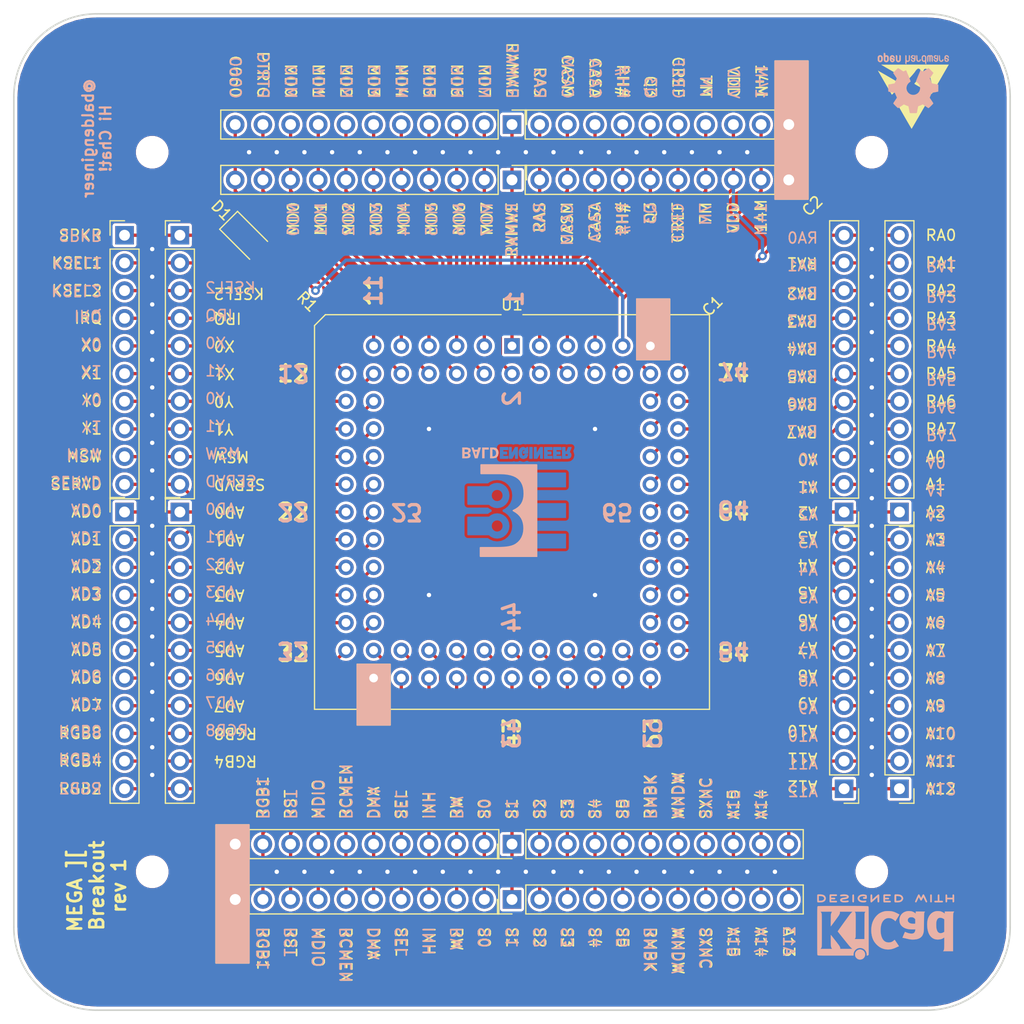
<source format=kicad_pcb>
(kicad_pcb (version 20171130) (host pcbnew "(5.1.7)-1")
  (layers (0 F.Cu signal) (31 B.Cu signal) (34 B.Paste user) (35 F.Paste user) (36 B.SilkS user) (37 F.SilkS user) (38 B.Mask user) (39 F.Mask user) (44 Edge.Cuts user))
  (net 0 "")
  (net 1 /SPKR)
  (net 2 /KSEL1)
  (net 3 /KSEL2)
  (net 4 /IRQ)
  (net 5 /X0)
  (net 6 /X1)
  (net 7 /Y0)
  (net 8 /Y1)
  (net 9 /MSW)
  (net 10 /SERVIDEO)
  (net 11 /S0)
  (net 12 /R-W)
  (net 13 /INH)
  (net 14 /SEL)
  (net 15 /DMA)
  (net 16 /RCMEN)
  (net 17 /MDI-MDO)
  (net 18 /RESET)
  (net 19 /RGB1)
  (net 20 GND)
  (net 21 /14M)
  (net 22 VDD)
  (net 23 /7M)
  (net 24 /CREF)
  (net 25 /Q3)
  (net 26 /PH#)
  (net 27 /CASA)
  (net 28 /CASM)
  (net 29 /RAS)
  (net 30 /A3)
  (net 31 /A4)
  (net 32 /A5)
  (net 33 /A6)
  (net 34 /A7)
  (net 35 /A8)
  (net 36 /A9)
  (net 37 /A10)
  (net 38 /A11)
  (net 39 /A12)
  (net 40 "Net-(D1-Pad2)")
  (net 41 /MD7)
  (net 42 /MD5)
  (net 43 /MD3)
  (net 44 /MD1)
  (net 45 /PDLTRIG)
  (net 46 /RA0)
  (net 47 /RAMWE)
  (net 48 /MD6)
  (net 49 /MD4)
  (net 50 /MD2)
  (net 51 /MD0)
  (net 52 /C060-67)
  (net 53 /AD1)
  (net 54 /AD3)
  (net 55 /AD5)
  (net 56 /AD7)
  (net 57 /RGB4)
  (net 58 /AD0)
  (net 59 /AD2)
  (net 60 /AD4)
  (net 61 /AD6)
  (net 62 /RGB8)
  (net 63 /RGB2)
  (net 64 /S2)
  (net 65 /S4)
  (net 66 /RMBK)
  (net 67 /SYNC)
  (net 68 /A14)
  (net 69 /S1)
  (net 70 /S3)
  (net 71 /S5)
  (net 72 /WINDOW)
  (net 73 /A15)
  (net 74 /A13)
  (net 75 /A1)
  (net 76 /RA7)
  (net 77 /RA5)
  (net 78 /RA3)
  (net 79 /RA1)
  (net 80 /A2)
  (net 81 /A0)
  (net 82 /RA6)
  (net 83 /RA4)
  (net 84 /RA2)
  (module "My Libraries:BE10v2" (layer B.Cu) (at 119.888 57.404)
    (fp_text reference svg2mod hide)
    (fp_text value G*** hide)
    (fp_poly (pts (xy 3.21 -4.483646) (xy 2.687226 -5.349923) (xy 2.809062 -5.164177) (xy 2.989492 -5.039274) (xy 3.21 -4.993561) (xy 3.431562 -5.039636) (xy 3.611875 -5.165143) (xy 3.733125 -5.351009) (xy 3.7775 -5.578161) (xy 3.733125 -5.806802) (xy 3.611875 -5.993433) (xy 3.431562 -6.119221) (xy 3.21 -6.165336) (xy 2.988437 -6.119221) (xy 2.808125 -5.993433) (xy 2.686875 -5.806802) (xy 2.6425 -5.578161) (xy 2.687226 -5.349923) (xy 3.21 -4.483646) (xy 2.933796 -4.521323) (xy 2.68537 -4.627102) (xy 2.4725 -4.790111) (xy 0.5375 -4.790111) (xy 0.5375 -6.366211) (xy 2.4725 -6.366211) (xy 2.684259 -6.530365) (xy 2.933241 -6.635572) (xy 3.21 -6.672675) (xy 3.492697 -6.633628) (xy 3.746574 -6.523402) (xy 3.961562 -6.352369) (xy 4.127592 -6.130903) (xy 4.234595 -5.869376) (xy 4.2725 -5.578161) (xy 4.234595 -5.286946) (xy 4.127592 -5.025419) (xy 3.961562 -4.803953) (xy 3.746574 -4.63292) (xy 3.492697 -4.522694) (xy 3.21 -4.483646)) (layer B.Cu) (width 0.134262))
    (fp_poly (pts (xy 6.83 -0.788051) (xy 9.465 -0.788051) (xy 9.465 -2.011331) (xy 6.83 -2.011331) (xy 6.83 -0.788051)) (layer B.Cu) (width 0.134262))
    (fp_poly (pts (xy 6.83 -3.587432) (xy 9.465 -3.587432) (xy 9.465 -4.810713) (xy 6.83 -4.810713) (xy 6.83 -3.587432)) (layer B.Cu) (width 0.134262))
    (fp_poly (pts (xy 6.83 -6.39454) (xy 9.465 -6.39454) (xy 9.465 -7.617821) (xy 6.83 -7.617821) (xy 6.83 -6.39454)) (layer B.Cu) (width 0.134262))
    (fp_poly (pts (xy 3.21 -1.689415) (xy 2.687226 -2.555289) (xy 2.809062 -2.368658) (xy 2.989492 -2.242869) (xy 3.21 -2.196755) (xy 3.431562 -2.242869) (xy 3.611875 -2.368658) (xy 3.733125 -2.555289) (xy 3.7775 -2.78393) (xy 3.733125 -3.011082) (xy 3.611875 -3.196948) (xy 3.431562 -3.322455) (xy 3.21 -3.368529) (xy 2.988437 -3.322455) (xy 2.808125 -3.196948) (xy 2.686875 -3.011082) (xy 2.6425 -2.78393) (xy 2.687226 -2.555289) (xy 3.21 -1.689415) (xy 2.933796 -1.727091) (xy 2.68537 -1.832871) (xy 2.4725 -1.995879) (xy 0.5375 -1.995879) (xy 0.5375 -3.57198) (xy 2.4725 -3.57198) (xy 2.684259 -3.736134) (xy 2.933241 -3.841341) (xy 3.21 -3.878444) (xy 3.492697 -3.839397) (xy 3.746574 -3.729171) (xy 3.961562 -3.558138) (xy 4.127592 -3.336672) (xy 4.234595 -3.075145) (xy 4.2725 -2.78393) (xy 4.234595 -2.492715) (xy 4.127592 -2.231188) (xy 3.961562 -2.009722) (xy 3.746574 -1.838689) (xy 3.492697 -1.728463) (xy 3.21 -1.689415)) (layer B.Cu) (width 0.134262))
    (fp_poly (pts (xy 4.19 -9.178469) (xy 3.73 -9.178469) (xy 3.73 -9.38192) (xy 4.0925 -9.38192) (xy 4.0925 -9.569919) (xy 3.73 -9.569919) (xy 3.73 -9.786247) (xy 4.19 -9.786247) (xy 4.19 -9.984547) (xy 3.5 -9.984547) (xy 3.5 -8.987895) (xy 4.19 -8.987895) (xy 4.19 -9.178469)) (layer B.Cu) (width 0.095901))
    (fp_poly (pts (xy 5.07 -8.99047) (xy 5.07 -9.987123) (xy 4.8775 -9.987123) (xy 4.5 -9.312387) (xy 4.502487 -9.345866) (xy 4.504974 -9.389646) (xy 4.504974 -9.987123) (xy 4.327474 -9.987123) (xy 4.327474 -8.99047) (xy 4.572474 -8.99047) (xy 4.902474 -9.577645) (xy 4.897473 -9.510687) (xy 4.897473 -8.99047) (xy 5.07 -8.99047)) (layer B.Cu) (width 0.095901))
    (fp_poly (pts (xy 6.02 -9.454029) (xy 6.02 -9.987123) (xy 5.9175 -9.987123) (xy 5.885 -9.871233) (xy 5.62 -9.999999) (xy 5.451875 -9.965232) (xy 5.325 -9.860931) (xy 5.24625 -9.700939) (xy 5.22 -9.500386) (xy 5.248125 -9.285346) (xy 5.3325 -9.116662) (xy 5.465312 -9.00882) (xy 5.6375 -8.972443) (xy 5.8975 -9.065155) (xy 6.0175 -9.314962) (xy 5.8025 -9.34329) (xy 5.635 -9.163017) (xy 5.495 -9.248003) (xy 5.4475 -9.492659) (xy 5.4975 -9.727014) (xy 5.6425 -9.806849) (xy 5.75 -9.765644) (xy 5.7975 -9.634303) (xy 5.615 -9.634303) (xy 5.615 -9.448879) (xy 6.02 -9.448879) (xy 6.02 -9.454029)) (layer B.Cu) (width 0.095901))
    (fp_poly (pts (xy 6.4225 -8.99047) (xy 6.4225 -9.987123) (xy 6.1975 -9.987123) (xy 6.1975 -8.99047) (xy 6.4225 -8.99047)) (layer B.Cu) (width 0.095901))
    (fp_poly (pts (xy 7.3625 -8.99047) (xy 7.3625 -9.987123) (xy 7.17 -9.987123) (xy 6.7925 -9.314962) (xy 6.794987 -9.348441) (xy 6.797474 -9.392222) (xy 6.797474 -9.989698) (xy 6.619974 -9.989698) (xy 6.619974 -8.993046) (xy 6.864974 -8.993046) (xy 7.194974 -9.580221) (xy 7.189973 -9.513262) (xy 7.189973 -8.993046) (xy 7.362473 -8.993046) (xy 7.3625 -8.99047)) (layer B.Cu) (width 0.095901))
    (fp_poly (pts (xy 8.2475 -9.178469) (xy 7.7875 -9.178469) (xy 7.7875 -9.38192) (xy 8.15 -9.38192) (xy 8.15 -9.569919) (xy 7.7875 -9.569919) (xy 7.7875 -9.786247) (xy 8.2475 -9.786247) (xy 8.2475 -9.984547) (xy 7.5575 -9.984547) (xy 7.5575 -8.987895) (xy 8.2475 -8.987895) (xy 8.2475 -9.178469)) (layer B.Cu) (width 0.095901))
    (fp_poly (pts (xy 9.075 -9.178469) (xy 8.615 -9.178469) (xy 8.615 -9.38192) (xy 8.975 -9.38192) (xy 8.975 -9.569919) (xy 8.6125 -9.569919) (xy 8.6125 -9.786247) (xy 9.075 -9.786247) (xy 9.075 -9.984547) (xy 8.385 -9.984547) (xy 8.385 -8.987895) (xy 9.075 -8.987895) (xy 9.075 -9.178469)) (layer B.Cu) (width 0.095901))
    (fp_poly (pts (xy 9.4375 -9.590522) (xy 9.4375 -9.423126) (xy 9.5775 -9.423126) (xy 9.6775 -9.412825) (xy 9.7325 -9.369045) (xy 9.7575 -9.291785) (xy 9.7325 -9.2171) (xy 9.68 -9.175895) (xy 9.5725 -9.168169) (xy 9.4375 -9.168168) (xy 9.4375 -9.423126) (xy 9.4375 -9.590522) (xy 9.4375 -9.984547) (xy 9.21 -9.984547) (xy 9.21 -8.987895) (xy 9.635 -8.987895) (xy 9.825 -9.016224) (xy 9.9425 -9.119237) (xy 9.99 -9.286633) (xy 9.948437 -9.440509) (xy 9.8225 -9.544166) (xy 10 -9.984547) (xy 9.75 -9.984547) (xy 9.6025 -9.590522) (xy 9.4375 -9.590522)) (layer B.Cu) (width 0.095901))
  )
  (module Symbol:KiCad-Logo2_5mm_SilkScreen (layer B.Cu) (at 158.75 91.44)
    (fp_text reference REF** hide)
    (fp_text value KiCad-Logo2_5mm_SilkScreen hide)
  )
  (module Symbol:OSHW-Logo2_7.3x6mm_SilkScreen (layer B.Cu) (at 161.29 13.97)
    (fp_text reference REF** hide)
    (fp_text value OSHW-Logo2_7.3x6mm_SilkScreen hide)
  )
  (module Symbol:ESD-Logo_6.6x6mm_SilkScreen (layer F.Cu) (at 161.29 15.24 180)
    (fp_text reference REF** hide)
    (fp_text value ESD-Logo_6.6x6mm_SilkScreen hide)
  )
  (module Connector_PinHeader_2.54mm:PinHeader_1x10_P2.54mm_Vertical (layer F.Cu) (at 154.94 78.74 180)
    (fp_text reference JP16 hide)
    (fp_text value P54-63)
    (pad 10 thru_hole oval (at 0 22.86 180) (size 1.7 1.7) (drill 1) (layers *.Cu *.Mask) (net 30 /A3))
    (pad 9 thru_hole oval (at 0 20.32 180) (size 1.7 1.7) (drill 1) (layers *.Cu *.Mask) (net 31 /A4))
    (pad 8 thru_hole oval (at 0 17.78 180) (size 1.7 1.7) (drill 1) (layers *.Cu *.Mask) (net 32 /A5))
    (pad 7 thru_hole oval (at 0 15.24 180) (size 1.7 1.7) (drill 1) (layers *.Cu *.Mask) (net 33 /A6))
    (pad 6 thru_hole oval (at 0 12.7 180) (size 1.7 1.7) (drill 1) (layers *.Cu *.Mask) (net 34 /A7))
    (pad 5 thru_hole oval (at 0 10.16 180) (size 1.7 1.7) (drill 1) (layers *.Cu *.Mask) (net 35 /A8))
    (pad 4 thru_hole oval (at 0 7.62 180) (size 1.7 1.7) (drill 1) (layers *.Cu *.Mask) (net 36 /A9))
    (pad 3 thru_hole oval (at 0 5.08 180) (size 1.7 1.7) (drill 1) (layers *.Cu *.Mask) (net 37 /A10))
    (pad 2 thru_hole oval (at 0 2.54 180) (size 1.7 1.7) (drill 1) (layers *.Cu *.Mask) (net 38 /A11))
    (pad 1 thru_hole rect (at 0 0 180) (size 1.7 1.7) (drill 1) (layers *.Cu *.Mask) (net 39 /A12))
  )
  (module Connector_PinHeader_2.54mm:PinHeader_1x10_P2.54mm_Vertical (layer F.Cu) (at 149.86 22.86 270)
    (fp_text reference JP14 hide)
    (fp_text value P75-84)
    (pad 10 thru_hole oval (at 0 22.86 270) (size 1.7 1.7) (drill 1) (layers *.Cu *.Mask) (net 29 /RAS))
    (pad 9 thru_hole oval (at 0 20.32 270) (size 1.7 1.7) (drill 1) (layers *.Cu *.Mask) (net 28 /CASM))
    (pad 8 thru_hole oval (at 0 17.78 270) (size 1.7 1.7) (drill 1) (layers *.Cu *.Mask) (net 27 /CASA))
    (pad 7 thru_hole oval (at 0 15.24 270) (size 1.7 1.7) (drill 1) (layers *.Cu *.Mask) (net 26 /PH#))
    (pad 6 thru_hole oval (at 0 12.7 270) (size 1.7 1.7) (drill 1) (layers *.Cu *.Mask) (net 25 /Q3))
    (pad 5 thru_hole oval (at 0 10.16 270) (size 1.7 1.7) (drill 1) (layers *.Cu *.Mask) (net 24 /CREF))
    (pad 4 thru_hole oval (at 0 7.62 270) (size 1.7 1.7) (drill 1) (layers *.Cu *.Mask) (net 23 /7M))
    (pad 3 thru_hole oval (at 0 5.08 270) (size 1.7 1.7) (drill 1) (layers *.Cu *.Mask) (net 22 VDD))
    (pad 2 thru_hole oval (at 0 2.54 270) (size 1.7 1.7) (drill 1) (layers *.Cu *.Mask) (net 21 /14M))
    (pad 1 thru_hole rect (at 0 0 270) (size 1.7 1.7) (drill 1) (layers *.Cu *.Mask) (net 20 GND))
  )
  (module Connector_PinHeader_2.54mm:PinHeader_1x10_P2.54mm_Vertical (layer F.Cu) (at 99.06 83.82 90)
    (fp_text reference JP11 hide)
    (fp_text value P33-42)
    (pad 10 thru_hole oval (at 0 22.86 90) (size 1.7 1.7) (drill 1) (layers *.Cu *.Mask) (net 11 /S0))
    (pad 9 thru_hole oval (at 0 20.32 90) (size 1.7 1.7) (drill 1) (layers *.Cu *.Mask) (net 12 /R-W))
    (pad 8 thru_hole oval (at 0 17.78 90) (size 1.7 1.7) (drill 1) (layers *.Cu *.Mask) (net 13 /INH))
    (pad 7 thru_hole oval (at 0 15.24 90) (size 1.7 1.7) (drill 1) (layers *.Cu *.Mask) (net 14 /SEL))
    (pad 6 thru_hole oval (at 0 12.7 90) (size 1.7 1.7) (drill 1) (layers *.Cu *.Mask) (net 15 /DMA))
    (pad 5 thru_hole oval (at 0 10.16 90) (size 1.7 1.7) (drill 1) (layers *.Cu *.Mask) (net 16 /RCMEN))
    (pad 4 thru_hole oval (at 0 7.62 90) (size 1.7 1.7) (drill 1) (layers *.Cu *.Mask) (net 17 /MDI-MDO))
    (pad 3 thru_hole oval (at 0 5.08 90) (size 1.7 1.7) (drill 1) (layers *.Cu *.Mask) (net 18 /RESET))
    (pad 2 thru_hole oval (at 0 2.54 90) (size 1.7 1.7) (drill 1) (layers *.Cu *.Mask) (net 19 /RGB1))
    (pad 1 thru_hole rect (at 0 0 90) (size 1.7 1.7) (drill 1) (layers *.Cu *.Mask) (net 20 GND))
  )
  (module Connector_PinHeader_2.54mm:PinHeader_1x10_P2.54mm_Vertical (layer F.Cu) (at 88.9 27.94)
    (fp_text reference JP9 hide)
    (fp_text value P12-21)
    (pad 10 thru_hole oval (at 0 22.86) (size 1.7 1.7) (drill 1) (layers *.Cu *.Mask) (net 10 /SERVIDEO))
    (pad 9 thru_hole oval (at 0 20.32) (size 1.7 1.7) (drill 1) (layers *.Cu *.Mask) (net 9 /MSW))
    (pad 8 thru_hole oval (at 0 17.78) (size 1.7 1.7) (drill 1) (layers *.Cu *.Mask) (net 8 /Y1))
    (pad 7 thru_hole oval (at 0 15.24) (size 1.7 1.7) (drill 1) (layers *.Cu *.Mask) (net 7 /Y0))
    (pad 6 thru_hole oval (at 0 12.7) (size 1.7 1.7) (drill 1) (layers *.Cu *.Mask) (net 6 /X1))
    (pad 5 thru_hole oval (at 0 10.16) (size 1.7 1.7) (drill 1) (layers *.Cu *.Mask) (net 5 /X0))
    (pad 4 thru_hole oval (at 0 7.62) (size 1.7 1.7) (drill 1) (layers *.Cu *.Mask) (net 4 /IRQ))
    (pad 3 thru_hole oval (at 0 5.08) (size 1.7 1.7) (drill 1) (layers *.Cu *.Mask) (net 3 /KSEL2))
    (pad 2 thru_hole oval (at 0 2.54) (size 1.7 1.7) (drill 1) (layers *.Cu *.Mask) (net 2 /KSEL1))
    (pad 1 thru_hole rect (at 0 0) (size 1.7 1.7) (drill 1) (layers *.Cu *.Mask) (net 1 /SPKR))
  )
  (module Connector_PinHeader_2.54mm:PinHeader_1x10_P2.54mm_Vertical (layer F.Cu) (at 160.02 78.74 180)
    (fp_text reference JP8 hide)
    (fp_text value P54-63)
    (pad 10 thru_hole oval (at 0 22.86 180) (size 1.7 1.7) (drill 1) (layers *.Cu *.Mask) (net 30 /A3))
    (pad 9 thru_hole oval (at 0 20.32 180) (size 1.7 1.7) (drill 1) (layers *.Cu *.Mask) (net 31 /A4))
    (pad 8 thru_hole oval (at 0 17.78 180) (size 1.7 1.7) (drill 1) (layers *.Cu *.Mask) (net 32 /A5))
    (pad 7 thru_hole oval (at 0 15.24 180) (size 1.7 1.7) (drill 1) (layers *.Cu *.Mask) (net 33 /A6))
    (pad 6 thru_hole oval (at 0 12.7 180) (size 1.7 1.7) (drill 1) (layers *.Cu *.Mask) (net 34 /A7))
    (pad 5 thru_hole oval (at 0 10.16 180) (size 1.7 1.7) (drill 1) (layers *.Cu *.Mask) (net 35 /A8))
    (pad 4 thru_hole oval (at 0 7.62 180) (size 1.7 1.7) (drill 1) (layers *.Cu *.Mask) (net 36 /A9))
    (pad 3 thru_hole oval (at 0 5.08 180) (size 1.7 1.7) (drill 1) (layers *.Cu *.Mask) (net 37 /A10))
    (pad 2 thru_hole oval (at 0 2.54 180) (size 1.7 1.7) (drill 1) (layers *.Cu *.Mask) (net 38 /A11))
    (pad 1 thru_hole rect (at 0 0 180) (size 1.7 1.7) (drill 1) (layers *.Cu *.Mask) (net 39 /A12))
  )
  (module Connector_PinHeader_2.54mm:PinHeader_1x10_P2.54mm_Vertical (layer F.Cu) (at 149.86 17.78 270)
    (fp_text reference JP6 hide)
    (fp_text value P75-84)
    (pad 10 thru_hole oval (at 0 22.86 270) (size 1.7 1.7) (drill 1) (layers *.Cu *.Mask) (net 29 /RAS))
    (pad 9 thru_hole oval (at 0 20.32 270) (size 1.7 1.7) (drill 1) (layers *.Cu *.Mask) (net 28 /CASM))
    (pad 8 thru_hole oval (at 0 17.78 270) (size 1.7 1.7) (drill 1) (layers *.Cu *.Mask) (net 27 /CASA))
    (pad 7 thru_hole oval (at 0 15.24 270) (size 1.7 1.7) (drill 1) (layers *.Cu *.Mask) (net 26 /PH#))
    (pad 6 thru_hole oval (at 0 12.7 270) (size 1.7 1.7) (drill 1) (layers *.Cu *.Mask) (net 25 /Q3))
    (pad 5 thru_hole oval (at 0 10.16 270) (size 1.7 1.7) (drill 1) (layers *.Cu *.Mask) (net 24 /CREF))
    (pad 4 thru_hole oval (at 0 7.62 270) (size 1.7 1.7) (drill 1) (layers *.Cu *.Mask) (net 23 /7M))
    (pad 3 thru_hole oval (at 0 5.08 270) (size 1.7 1.7) (drill 1) (layers *.Cu *.Mask) (net 22 VDD))
    (pad 2 thru_hole oval (at 0 2.54 270) (size 1.7 1.7) (drill 1) (layers *.Cu *.Mask) (net 21 /14M))
    (pad 1 thru_hole rect (at 0 0 270) (size 1.7 1.7) (drill 1) (layers *.Cu *.Mask) (net 20 GND))
  )
  (module Connector_PinHeader_2.54mm:PinHeader_1x10_P2.54mm_Vertical (layer F.Cu) (at 99.06 88.9 90)
    (fp_text reference JP3 hide)
    (fp_text value P33-42)
    (pad 10 thru_hole oval (at 0 22.86 90) (size 1.7 1.7) (drill 1) (layers *.Cu *.Mask) (net 11 /S0))
    (pad 9 thru_hole oval (at 0 20.32 90) (size 1.7 1.7) (drill 1) (layers *.Cu *.Mask) (net 12 /R-W))
    (pad 8 thru_hole oval (at 0 17.78 90) (size 1.7 1.7) (drill 1) (layers *.Cu *.Mask) (net 13 /INH))
    (pad 7 thru_hole oval (at 0 15.24 90) (size 1.7 1.7) (drill 1) (layers *.Cu *.Mask) (net 14 /SEL))
    (pad 6 thru_hole oval (at 0 12.7 90) (size 1.7 1.7) (drill 1) (layers *.Cu *.Mask) (net 15 /DMA))
    (pad 5 thru_hole oval (at 0 10.16 90) (size 1.7 1.7) (drill 1) (layers *.Cu *.Mask) (net 16 /RCMEN))
    (pad 4 thru_hole oval (at 0 7.62 90) (size 1.7 1.7) (drill 1) (layers *.Cu *.Mask) (net 17 /MDI-MDO))
    (pad 3 thru_hole oval (at 0 5.08 90) (size 1.7 1.7) (drill 1) (layers *.Cu *.Mask) (net 18 /RESET))
    (pad 2 thru_hole oval (at 0 2.54 90) (size 1.7 1.7) (drill 1) (layers *.Cu *.Mask) (net 19 /RGB1))
    (pad 1 thru_hole rect (at 0 0 90) (size 1.7 1.7) (drill 1) (layers *.Cu *.Mask) (net 20 GND))
  )
  (module Connector_PinHeader_2.54mm:PinHeader_1x10_P2.54mm_Vertical (layer F.Cu) (at 93.98 27.94)
    (fp_text reference JP1 hide)
    (fp_text value P12-21)
    (pad 10 thru_hole oval (at 0 22.86) (size 1.7 1.7) (drill 1) (layers *.Cu *.Mask) (net 10 /SERVIDEO))
    (pad 9 thru_hole oval (at 0 20.32) (size 1.7 1.7) (drill 1) (layers *.Cu *.Mask) (net 9 /MSW))
    (pad 8 thru_hole oval (at 0 17.78) (size 1.7 1.7) (drill 1) (layers *.Cu *.Mask) (net 8 /Y1))
    (pad 7 thru_hole oval (at 0 15.24) (size 1.7 1.7) (drill 1) (layers *.Cu *.Mask) (net 7 /Y0))
    (pad 6 thru_hole oval (at 0 12.7) (size 1.7 1.7) (drill 1) (layers *.Cu *.Mask) (net 6 /X1))
    (pad 5 thru_hole oval (at 0 10.16) (size 1.7 1.7) (drill 1) (layers *.Cu *.Mask) (net 5 /X0))
    (pad 4 thru_hole oval (at 0 7.62) (size 1.7 1.7) (drill 1) (layers *.Cu *.Mask) (net 4 /IRQ))
    (pad 3 thru_hole oval (at 0 5.08) (size 1.7 1.7) (drill 1) (layers *.Cu *.Mask) (net 3 /KSEL2))
    (pad 2 thru_hole oval (at 0 2.54) (size 1.7 1.7) (drill 1) (layers *.Cu *.Mask) (net 2 /KSEL1))
    (pad 1 thru_hole rect (at 0 0) (size 1.7 1.7) (drill 1) (layers *.Cu *.Mask) (net 1 /SPKR))
  )
  (module Connector_PinHeader_2.54mm:PinHeader_1x11_P2.54mm_Vertical (layer F.Cu) (at 160.02 53.34 180)
    (fp_text reference JP15 hide)
    (fp_text value P64-74)
    (pad 11 thru_hole oval (at 0 25.4 180) (size 1.7 1.7) (drill 1) (layers *.Cu *.Mask) (net 46 /RA0))
    (pad 10 thru_hole oval (at 0 22.86 180) (size 1.7 1.7) (drill 1) (layers *.Cu *.Mask) (net 79 /RA1))
    (pad 9 thru_hole oval (at 0 20.32 180) (size 1.7 1.7) (drill 1) (layers *.Cu *.Mask) (net 84 /RA2))
    (pad 8 thru_hole oval (at 0 17.78 180) (size 1.7 1.7) (drill 1) (layers *.Cu *.Mask) (net 78 /RA3))
    (pad 7 thru_hole oval (at 0 15.24 180) (size 1.7 1.7) (drill 1) (layers *.Cu *.Mask) (net 83 /RA4))
    (pad 6 thru_hole oval (at 0 12.7 180) (size 1.7 1.7) (drill 1) (layers *.Cu *.Mask) (net 77 /RA5))
    (pad 5 thru_hole oval (at 0 10.16 180) (size 1.7 1.7) (drill 1) (layers *.Cu *.Mask) (net 82 /RA6))
    (pad 4 thru_hole oval (at 0 7.62 180) (size 1.7 1.7) (drill 1) (layers *.Cu *.Mask) (net 76 /RA7))
    (pad 3 thru_hole oval (at 0 5.08 180) (size 1.7 1.7) (drill 1) (layers *.Cu *.Mask) (net 81 /A0))
    (pad 2 thru_hole oval (at 0 2.54 180) (size 1.7 1.7) (drill 1) (layers *.Cu *.Mask) (net 75 /A1))
    (pad 1 thru_hole rect (at 0 0 180) (size 1.7 1.7) (drill 1) (layers *.Cu *.Mask) (net 80 /A2))
  )
  (module Connector_PinHeader_2.54mm:PinHeader_1x11_P2.54mm_Vertical (layer F.Cu) (at 124.46 88.9 90)
    (fp_text reference JP13 hide)
    (fp_text value P43-53)
    (pad 1 thru_hole rect (at 0 0 90) (size 1.7 1.7) (drill 1) (layers *.Cu *.Mask) (net 69 /S1))
    (pad 2 thru_hole oval (at 0 2.54 90) (size 1.7 1.7) (drill 1) (layers *.Cu *.Mask) (net 64 /S2))
    (pad 3 thru_hole oval (at 0 5.08 90) (size 1.7 1.7) (drill 1) (layers *.Cu *.Mask) (net 70 /S3))
    (pad 4 thru_hole oval (at 0 7.62 90) (size 1.7 1.7) (drill 1) (layers *.Cu *.Mask) (net 65 /S4))
    (pad 5 thru_hole oval (at 0 10.16 90) (size 1.7 1.7) (drill 1) (layers *.Cu *.Mask) (net 71 /S5))
    (pad 6 thru_hole oval (at 0 12.7 90) (size 1.7 1.7) (drill 1) (layers *.Cu *.Mask) (net 66 /RMBK))
    (pad 7 thru_hole oval (at 0 15.24 90) (size 1.7 1.7) (drill 1) (layers *.Cu *.Mask) (net 72 /WINDOW))
    (pad 8 thru_hole oval (at 0 17.78 90) (size 1.7 1.7) (drill 1) (layers *.Cu *.Mask) (net 67 /SYNC))
    (pad 9 thru_hole oval (at 0 20.32 90) (size 1.7 1.7) (drill 1) (layers *.Cu *.Mask) (net 73 /A15))
    (pad 10 thru_hole oval (at 0 22.86 90) (size 1.7 1.7) (drill 1) (layers *.Cu *.Mask) (net 68 /A14))
    (pad 11 thru_hole oval (at 0 25.4 90) (size 1.7 1.7) (drill 1) (layers *.Cu *.Mask) (net 74 /A13))
  )
  (module Connector_PinHeader_2.54mm:PinHeader_1x11_P2.54mm_Vertical (layer F.Cu) (at 124.46 17.78 270)
    (fp_text reference JP12 hide)
    (fp_text value P01-11)
    (pad 11 thru_hole oval (at 0 25.4 270) (size 1.7 1.7) (drill 1) (layers *.Cu *.Mask) (net 52 /C060-67))
    (pad 10 thru_hole oval (at 0 22.86 270) (size 1.7 1.7) (drill 1) (layers *.Cu *.Mask) (net 45 /PDLTRIG))
    (pad 9 thru_hole oval (at 0 20.32 270) (size 1.7 1.7) (drill 1) (layers *.Cu *.Mask) (net 51 /MD0))
    (pad 8 thru_hole oval (at 0 17.78 270) (size 1.7 1.7) (drill 1) (layers *.Cu *.Mask) (net 44 /MD1))
    (pad 7 thru_hole oval (at 0 15.24 270) (size 1.7 1.7) (drill 1) (layers *.Cu *.Mask) (net 50 /MD2))
    (pad 6 thru_hole oval (at 0 12.7 270) (size 1.7 1.7) (drill 1) (layers *.Cu *.Mask) (net 43 /MD3))
    (pad 5 thru_hole oval (at 0 10.16 270) (size 1.7 1.7) (drill 1) (layers *.Cu *.Mask) (net 49 /MD4))
    (pad 4 thru_hole oval (at 0 7.62 270) (size 1.7 1.7) (drill 1) (layers *.Cu *.Mask) (net 42 /MD5))
    (pad 3 thru_hole oval (at 0 5.08 270) (size 1.7 1.7) (drill 1) (layers *.Cu *.Mask) (net 48 /MD6))
    (pad 2 thru_hole oval (at 0 2.54 270) (size 1.7 1.7) (drill 1) (layers *.Cu *.Mask) (net 41 /MD7))
    (pad 1 thru_hole rect (at 0 0 270) (size 1.7 1.7) (drill 1) (layers *.Cu *.Mask) (net 47 /RAMWE))
  )
  (module Connector_PinHeader_2.54mm:PinHeader_1x11_P2.54mm_Vertical (layer F.Cu) (at 88.9 53.34)
    (fp_text reference JP10 hide)
    (fp_text value P22-32)
    (pad 1 thru_hole rect (at 0 0) (size 1.7 1.7) (drill 1) (layers *.Cu *.Mask) (net 58 /AD0))
    (pad 2 thru_hole oval (at 0 2.54) (size 1.7 1.7) (drill 1) (layers *.Cu *.Mask) (net 53 /AD1))
    (pad 3 thru_hole oval (at 0 5.08) (size 1.7 1.7) (drill 1) (layers *.Cu *.Mask) (net 59 /AD2))
    (pad 4 thru_hole oval (at 0 7.62) (size 1.7 1.7) (drill 1) (layers *.Cu *.Mask) (net 54 /AD3))
    (pad 5 thru_hole oval (at 0 10.16) (size 1.7 1.7) (drill 1) (layers *.Cu *.Mask) (net 60 /AD4))
    (pad 6 thru_hole oval (at 0 12.7) (size 1.7 1.7) (drill 1) (layers *.Cu *.Mask) (net 55 /AD5))
    (pad 7 thru_hole oval (at 0 15.24) (size 1.7 1.7) (drill 1) (layers *.Cu *.Mask) (net 61 /AD6))
    (pad 8 thru_hole oval (at 0 17.78) (size 1.7 1.7) (drill 1) (layers *.Cu *.Mask) (net 56 /AD7))
    (pad 9 thru_hole oval (at 0 20.32) (size 1.7 1.7) (drill 1) (layers *.Cu *.Mask) (net 62 /RGB8))
    (pad 10 thru_hole oval (at 0 22.86) (size 1.7 1.7) (drill 1) (layers *.Cu *.Mask) (net 57 /RGB4))
    (pad 11 thru_hole oval (at 0 25.4) (size 1.7 1.7) (drill 1) (layers *.Cu *.Mask) (net 63 /RGB2))
  )
  (module Capacitor_SMD:C_0805_2012Metric (layer F.Cu) (at 149.86 27.432 45)
    (fp_text reference C2 (at 3.071313 0 45) (layer F.SilkS))
    (fp_text value 10uF)
    (pad 2 smd rect (at 0.88 0 45) (size 1.12 1.4) (layers F.Cu F.Paste F.Mask) (net 20 GND))
    (pad 1 smd rect (at -0.88 0 45) (size 1.12 1.4) (layers F.Cu F.Paste F.Mask) (net 22 VDD))
  )
  (module Capacitor_SMD:C_0805_2012Metric (layer F.Cu) (at 145.034 32.258 225)
    (fp_text reference C1 (at 3.071313 0 45) (layer F.SilkS))
    (fp_text value 100nF)
    (pad 1 smd rect (at -0.88 0 225) (size 1.12 1.4) (layers F.Cu F.Paste F.Mask) (net 22 VDD))
    (pad 2 smd rect (at 0.88 0 225) (size 1.12 1.4) (layers F.Cu F.Paste F.Mask) (net 20 GND))
  )
  (module Connector_PinHeader_2.54mm:PinHeader_1x11_P2.54mm_Vertical (layer F.Cu) (at 154.94 53.34 180)
    (fp_text reference JP7 hide)
    (fp_text value P64-74)
    (pad 11 thru_hole oval (at 0 25.4 180) (size 1.7 1.7) (drill 1) (layers *.Cu *.Mask) (net 46 /RA0))
    (pad 10 thru_hole oval (at 0 22.86 180) (size 1.7 1.7) (drill 1) (layers *.Cu *.Mask) (net 79 /RA1))
    (pad 9 thru_hole oval (at 0 20.32 180) (size 1.7 1.7) (drill 1) (layers *.Cu *.Mask) (net 84 /RA2))
    (pad 8 thru_hole oval (at 0 17.78 180) (size 1.7 1.7) (drill 1) (layers *.Cu *.Mask) (net 78 /RA3))
    (pad 7 thru_hole oval (at 0 15.24 180) (size 1.7 1.7) (drill 1) (layers *.Cu *.Mask) (net 83 /RA4))
    (pad 6 thru_hole oval (at 0 12.7 180) (size 1.7 1.7) (drill 1) (layers *.Cu *.Mask) (net 77 /RA5))
    (pad 5 thru_hole oval (at 0 10.16 180) (size 1.7 1.7) (drill 1) (layers *.Cu *.Mask) (net 82 /RA6))
    (pad 4 thru_hole oval (at 0 7.62 180) (size 1.7 1.7) (drill 1) (layers *.Cu *.Mask) (net 76 /RA7))
    (pad 3 thru_hole oval (at 0 5.08 180) (size 1.7 1.7) (drill 1) (layers *.Cu *.Mask) (net 81 /A0))
    (pad 2 thru_hole oval (at 0 2.54 180) (size 1.7 1.7) (drill 1) (layers *.Cu *.Mask) (net 75 /A1))
    (pad 1 thru_hole rect (at 0 0 180) (size 1.7 1.7) (drill 1) (layers *.Cu *.Mask) (net 80 /A2))
  )
  (module Connector_PinHeader_2.54mm:PinHeader_1x11_P2.54mm_Vertical (layer F.Cu) (at 124.46 83.82 90)
    (fp_text reference JP5 hide)
    (fp_text value P43-53)
    (pad 1 thru_hole rect (at 0 0 90) (size 1.7 1.7) (drill 1) (layers *.Cu *.Mask) (net 69 /S1))
    (pad 2 thru_hole oval (at 0 2.54 90) (size 1.7 1.7) (drill 1) (layers *.Cu *.Mask) (net 64 /S2))
    (pad 3 thru_hole oval (at 0 5.08 90) (size 1.7 1.7) (drill 1) (layers *.Cu *.Mask) (net 70 /S3))
    (pad 4 thru_hole oval (at 0 7.62 90) (size 1.7 1.7) (drill 1) (layers *.Cu *.Mask) (net 65 /S4))
    (pad 5 thru_hole oval (at 0 10.16 90) (size 1.7 1.7) (drill 1) (layers *.Cu *.Mask) (net 71 /S5))
    (pad 6 thru_hole oval (at 0 12.7 90) (size 1.7 1.7) (drill 1) (layers *.Cu *.Mask) (net 66 /RMBK))
    (pad 7 thru_hole oval (at 0 15.24 90) (size 1.7 1.7) (drill 1) (layers *.Cu *.Mask) (net 72 /WINDOW))
    (pad 8 thru_hole oval (at 0 17.78 90) (size 1.7 1.7) (drill 1) (layers *.Cu *.Mask) (net 67 /SYNC))
    (pad 9 thru_hole oval (at 0 20.32 90) (size 1.7 1.7) (drill 1) (layers *.Cu *.Mask) (net 73 /A15))
    (pad 10 thru_hole oval (at 0 22.86 90) (size 1.7 1.7) (drill 1) (layers *.Cu *.Mask) (net 68 /A14))
    (pad 11 thru_hole oval (at 0 25.4 90) (size 1.7 1.7) (drill 1) (layers *.Cu *.Mask) (net 74 /A13))
  )
  (module Connector_PinHeader_2.54mm:PinHeader_1x11_P2.54mm_Vertical (layer F.Cu) (at 124.46 22.86 270)
    (fp_text reference JP4 hide)
    (fp_text value P01-11)
    (pad 11 thru_hole oval (at 0 25.4 270) (size 1.7 1.7) (drill 1) (layers *.Cu *.Mask) (net 52 /C060-67))
    (pad 10 thru_hole oval (at 0 22.86 270) (size 1.7 1.7) (drill 1) (layers *.Cu *.Mask) (net 45 /PDLTRIG))
    (pad 9 thru_hole oval (at 0 20.32 270) (size 1.7 1.7) (drill 1) (layers *.Cu *.Mask) (net 51 /MD0))
    (pad 8 thru_hole oval (at 0 17.78 270) (size 1.7 1.7) (drill 1) (layers *.Cu *.Mask) (net 44 /MD1))
    (pad 7 thru_hole oval (at 0 15.24 270) (size 1.7 1.7) (drill 1) (layers *.Cu *.Mask) (net 50 /MD2))
    (pad 6 thru_hole oval (at 0 12.7 270) (size 1.7 1.7) (drill 1) (layers *.Cu *.Mask) (net 43 /MD3))
    (pad 5 thru_hole oval (at 0 10.16 270) (size 1.7 1.7) (drill 1) (layers *.Cu *.Mask) (net 49 /MD4))
    (pad 4 thru_hole oval (at 0 7.62 270) (size 1.7 1.7) (drill 1) (layers *.Cu *.Mask) (net 42 /MD5))
    (pad 3 thru_hole oval (at 0 5.08 270) (size 1.7 1.7) (drill 1) (layers *.Cu *.Mask) (net 48 /MD6))
    (pad 2 thru_hole oval (at 0 2.54 270) (size 1.7 1.7) (drill 1) (layers *.Cu *.Mask) (net 41 /MD7))
    (pad 1 thru_hole rect (at 0 0 270) (size 1.7 1.7) (drill 1) (layers *.Cu *.Mask) (net 47 /RAMWE))
  )
  (module Connector_PinHeader_2.54mm:PinHeader_1x11_P2.54mm_Vertical (layer F.Cu) (at 93.98 53.34)
    (fp_text reference JP2 hide)
    (fp_text value P22-32)
    (pad 1 thru_hole rect (at 0 0) (size 1.7 1.7) (drill 1) (layers *.Cu *.Mask) (net 58 /AD0))
    (pad 2 thru_hole oval (at 0 2.54) (size 1.7 1.7) (drill 1) (layers *.Cu *.Mask) (net 53 /AD1))
    (pad 3 thru_hole oval (at 0 5.08) (size 1.7 1.7) (drill 1) (layers *.Cu *.Mask) (net 59 /AD2))
    (pad 4 thru_hole oval (at 0 7.62) (size 1.7 1.7) (drill 1) (layers *.Cu *.Mask) (net 54 /AD3))
    (pad 5 thru_hole oval (at 0 10.16) (size 1.7 1.7) (drill 1) (layers *.Cu *.Mask) (net 60 /AD4))
    (pad 6 thru_hole oval (at 0 12.7) (size 1.7 1.7) (drill 1) (layers *.Cu *.Mask) (net 55 /AD5))
    (pad 7 thru_hole oval (at 0 15.24) (size 1.7 1.7) (drill 1) (layers *.Cu *.Mask) (net 61 /AD6))
    (pad 8 thru_hole oval (at 0 17.78) (size 1.7 1.7) (drill 1) (layers *.Cu *.Mask) (net 56 /AD7))
    (pad 9 thru_hole oval (at 0 20.32) (size 1.7 1.7) (drill 1) (layers *.Cu *.Mask) (net 62 /RGB8))
    (pad 10 thru_hole oval (at 0 22.86) (size 1.7 1.7) (drill 1) (layers *.Cu *.Mask) (net 57 /RGB4))
    (pad 11 thru_hole oval (at 0 25.4) (size 1.7 1.7) (drill 1) (layers *.Cu *.Mask) (net 63 /RGB2))
  )
  (module LED_SMD:LED_1206_3216Metric (layer F.Cu) (at 100.076 28.194 315)
    (fp_text reference D1 (at -3.412497 -0.179605 135) (layer F.SilkS))
    (fp_text value PWR)
    (pad 1 smd rect (at -1.43 0 315) (size 1.22 1.8) (layers F.Cu F.Paste F.Mask) (net 20 GND))
    (pad 2 smd rect (at 1.43 0 315) (size 1.22 1.8) (layers F.Cu F.Paste F.Mask) (net 40 "Net-(D1-Pad2)"))
  )
  (module MountingHole:MountingHole_2.5mm (layer F.Cu) (at 91.44 20.32)
    (fp_text reference H4 hide)
    (fp_text value MountingHole)
    (pad 1 np_thru_hole circle (at 0 0) (size 2.5 2.5) (drill 2.5) (layers *.Cu *.Mask))
  )
  (module MountingHole:MountingHole_2.5mm (layer F.Cu) (at 157.48 20.32)
    (fp_text reference H3 hide)
    (fp_text value MountingHole)
    (pad 1 np_thru_hole circle (at 0 0) (size 2.5 2.5) (drill 2.5) (layers *.Cu *.Mask))
  )
  (module MountingHole:MountingHole_2.5mm (layer F.Cu) (at 91.44 86.36)
    (fp_text reference H2 hide)
    (fp_text value MountingHole)
    (pad 1 np_thru_hole circle (at 0 0) (size 2.5 2.5) (drill 2.5) (layers *.Cu *.Mask))
  )
  (module MountingHole:MountingHole_2.5mm (layer F.Cu) (at 157.48 86.36)
    (fp_text reference H1 hide)
    (fp_text value MountingHole)
    (pad 1 np_thru_hole circle (at 0 0) (size 2.5 2.5) (drill 2.5) (layers *.Cu *.Mask))
  )
  (module Package_LCC:PLCC-84_THT-Socket (layer F.Cu) (at 124.46 38.1)
    (fp_text reference U1 (at 0 -3.77) (layer F.SilkS))
    (fp_text value Apple_MEGA_II)
    (pad 2 thru_hole circle (at 0 2.54) (size 1.4224 1.4224) (drill 0.8) (layers *.Cu *.Mask) (net 41 /MD7))
    (pad 4 thru_hole circle (at -2.54 2.54) (size 1.4224 1.4224) (drill 0.8) (layers *.Cu *.Mask) (net 42 /MD5))
    (pad 6 thru_hole circle (at -5.08 2.54) (size 1.4224 1.4224) (drill 0.8) (layers *.Cu *.Mask) (net 43 /MD3))
    (pad 8 thru_hole circle (at -7.62 2.54) (size 1.4224 1.4224) (drill 0.8) (layers *.Cu *.Mask) (net 44 /MD1))
    (pad 10 thru_hole circle (at -10.16 2.54) (size 1.4224 1.4224) (drill 0.8) (layers *.Cu *.Mask) (net 45 /PDLTRIG))
    (pad 84 thru_hole circle (at 2.54 2.54) (size 1.4224 1.4224) (drill 0.8) (layers *.Cu *.Mask) (net 29 /RAS))
    (pad 82 thru_hole circle (at 5.08 2.54) (size 1.4224 1.4224) (drill 0.8) (layers *.Cu *.Mask) (net 27 /CASA))
    (pad 80 thru_hole circle (at 7.62 2.54) (size 1.4224 1.4224) (drill 0.8) (layers *.Cu *.Mask) (net 25 /Q3))
    (pad 78 thru_hole circle (at 10.16 2.54) (size 1.4224 1.4224) (drill 0.8) (layers *.Cu *.Mask) (net 23 /7M))
    (pad 76 thru_hole circle (at 12.7 2.54) (size 1.4224 1.4224) (drill 0.8) (layers *.Cu *.Mask) (net 21 /14M))
    (pad 74 thru_hole circle (at 15.24 2.54) (size 1.4224 1.4224) (drill 0.8) (layers *.Cu *.Mask) (net 46 /RA0))
    (pad 1 thru_hole rect (at 0 0) (size 1.4224 1.4224) (drill 0.8) (layers *.Cu *.Mask) (net 47 /RAMWE))
    (pad 3 thru_hole circle (at -2.54 0) (size 1.4224 1.4224) (drill 0.8) (layers *.Cu *.Mask) (net 48 /MD6))
    (pad 5 thru_hole circle (at -5.08 0) (size 1.4224 1.4224) (drill 0.8) (layers *.Cu *.Mask) (net 49 /MD4))
    (pad 7 thru_hole circle (at -7.62 0) (size 1.4224 1.4224) (drill 0.8) (layers *.Cu *.Mask) (net 50 /MD2))
    (pad 9 thru_hole circle (at -10.16 0) (size 1.4224 1.4224) (drill 0.8) (layers *.Cu *.Mask) (net 51 /MD0))
    (pad 11 thru_hole circle (at -12.7 0) (size 1.4224 1.4224) (drill 0.8) (layers *.Cu *.Mask) (net 52 /C060-67))
    (pad 83 thru_hole circle (at 2.54 0) (size 1.4224 1.4224) (drill 0.8) (layers *.Cu *.Mask) (net 28 /CASM))
    (pad 81 thru_hole circle (at 5.08 0) (size 1.4224 1.4224) (drill 0.8) (layers *.Cu *.Mask) (net 26 /PH#))
    (pad 79 thru_hole circle (at 7.62 0) (size 1.4224 1.4224) (drill 0.8) (layers *.Cu *.Mask) (net 24 /CREF))
    (pad 77 thru_hole circle (at 10.16 0) (size 1.4224 1.4224) (drill 0.8) (layers *.Cu *.Mask) (net 22 VDD))
    (pad 75 thru_hole circle (at 12.7 0) (size 1.4224 1.4224) (drill 0.8) (layers *.Cu *.Mask) (net 20 GND))
    (pad 13 thru_hole circle (at -12.7 2.54) (size 1.4224 1.4224) (drill 0.8) (layers *.Cu *.Mask) (net 2 /KSEL1))
    (pad 15 thru_hole circle (at -12.7 5.08) (size 1.4224 1.4224) (drill 0.8) (layers *.Cu *.Mask) (net 4 /IRQ))
    (pad 17 thru_hole circle (at -12.7 7.62) (size 1.4224 1.4224) (drill 0.8) (layers *.Cu *.Mask) (net 6 /X1))
    (pad 19 thru_hole circle (at -12.7 10.16) (size 1.4224 1.4224) (drill 0.8) (layers *.Cu *.Mask) (net 8 /Y1))
    (pad 21 thru_hole circle (at -12.7 12.7) (size 1.4224 1.4224) (drill 0.8) (layers *.Cu *.Mask) (net 10 /SERVIDEO))
    (pad 23 thru_hole circle (at -12.7 15.24) (size 1.4224 1.4224) (drill 0.8) (layers *.Cu *.Mask) (net 53 /AD1))
    (pad 25 thru_hole circle (at -12.7 17.78) (size 1.4224 1.4224) (drill 0.8) (layers *.Cu *.Mask) (net 54 /AD3))
    (pad 27 thru_hole circle (at -12.7 20.32) (size 1.4224 1.4224) (drill 0.8) (layers *.Cu *.Mask) (net 55 /AD5))
    (pad 29 thru_hole circle (at -12.7 22.86) (size 1.4224 1.4224) (drill 0.8) (layers *.Cu *.Mask) (net 56 /AD7))
    (pad 31 thru_hole circle (at -12.7 25.4) (size 1.4224 1.4224) (drill 0.8) (layers *.Cu *.Mask) (net 57 /RGB4))
    (pad 12 thru_hole circle (at -15.24 2.54) (size 1.4224 1.4224) (drill 0.8) (layers *.Cu *.Mask) (net 1 /SPKR))
    (pad 14 thru_hole circle (at -15.24 5.08) (size 1.4224 1.4224) (drill 0.8) (layers *.Cu *.Mask) (net 3 /KSEL2))
    (pad 16 thru_hole circle (at -15.24 7.62) (size 1.4224 1.4224) (drill 0.8) (layers *.Cu *.Mask) (net 5 /X0))
    (pad 18 thru_hole circle (at -15.24 10.16) (size 1.4224 1.4224) (drill 0.8) (layers *.Cu *.Mask) (net 7 /Y0))
    (pad 20 thru_hole circle (at -15.24 12.7) (size 1.4224 1.4224) (drill 0.8) (layers *.Cu *.Mask) (net 9 /MSW))
    (pad 22 thru_hole circle (at -15.24 15.24) (size 1.4224 1.4224) (drill 0.8) (layers *.Cu *.Mask) (net 58 /AD0))
    (pad 24 thru_hole circle (at -15.24 17.78) (size 1.4224 1.4224) (drill 0.8) (layers *.Cu *.Mask) (net 59 /AD2))
    (pad 26 thru_hole circle (at -15.24 20.32) (size 1.4224 1.4224) (drill 0.8) (layers *.Cu *.Mask) (net 60 /AD4))
    (pad 28 thru_hole circle (at -15.24 22.86) (size 1.4224 1.4224) (drill 0.8) (layers *.Cu *.Mask) (net 61 /AD6))
    (pad 30 thru_hole circle (at -15.24 25.4) (size 1.4224 1.4224) (drill 0.8) (layers *.Cu *.Mask) (net 62 /RGB8))
    (pad 32 thru_hole circle (at -15.24 27.94) (size 1.4224 1.4224) (drill 0.8) (layers *.Cu *.Mask) (net 63 /RGB2))
    (pad 34 thru_hole circle (at -12.7 27.94) (size 1.4224 1.4224) (drill 0.8) (layers *.Cu *.Mask) (net 19 /RGB1))
    (pad 36 thru_hole circle (at -10.16 27.94) (size 1.4224 1.4224) (drill 0.8) (layers *.Cu *.Mask) (net 17 /MDI-MDO))
    (pad 38 thru_hole circle (at -7.62 27.94) (size 1.4224 1.4224) (drill 0.8) (layers *.Cu *.Mask) (net 15 /DMA))
    (pad 40 thru_hole circle (at -5.08 27.94) (size 1.4224 1.4224) (drill 0.8) (layers *.Cu *.Mask) (net 13 /INH))
    (pad 42 thru_hole circle (at -2.54 27.94) (size 1.4224 1.4224) (drill 0.8) (layers *.Cu *.Mask) (net 11 /S0))
    (pad 44 thru_hole circle (at 0 27.94) (size 1.4224 1.4224) (drill 0.8) (layers *.Cu *.Mask) (net 64 /S2))
    (pad 46 thru_hole circle (at 2.54 27.94) (size 1.4224 1.4224) (drill 0.8) (layers *.Cu *.Mask) (net 65 /S4))
    (pad 48 thru_hole circle (at 5.08 27.94) (size 1.4224 1.4224) (drill 0.8) (layers *.Cu *.Mask) (net 66 /RMBK))
    (pad 50 thru_hole circle (at 7.62 27.94) (size 1.4224 1.4224) (drill 0.8) (layers *.Cu *.Mask) (net 67 /SYNC))
    (pad 52 thru_hole circle (at 10.16 27.94) (size 1.4224 1.4224) (drill 0.8) (layers *.Cu *.Mask) (net 68 /A14))
    (pad 33 thru_hole circle (at -12.7 30.48) (size 1.4224 1.4224) (drill 0.8) (layers *.Cu *.Mask) (net 20 GND))
    (pad 35 thru_hole circle (at -10.16 30.48) (size 1.4224 1.4224) (drill 0.8) (layers *.Cu *.Mask) (net 18 /RESET))
    (pad 37 thru_hole circle (at -7.62 30.48) (size 1.4224 1.4224) (drill 0.8) (layers *.Cu *.Mask) (net 16 /RCMEN))
    (pad 39 thru_hole circle (at -5.08 30.48) (size 1.4224 1.4224) (drill 0.8) (layers *.Cu *.Mask) (net 14 /SEL))
    (pad 41 thru_hole circle (at -2.54 30.48) (size 1.4224 1.4224) (drill 0.8) (layers *.Cu *.Mask) (net 12 /R-W))
    (pad 43 thru_hole circle (at 0 30.48) (size 1.4224 1.4224) (drill 0.8) (layers *.Cu *.Mask) (net 69 /S1))
    (pad 45 thru_hole circle (at 2.54 30.48) (size 1.4224 1.4224) (drill 0.8) (layers *.Cu *.Mask) (net 70 /S3))
    (pad 47 thru_hole circle (at 5.08 30.48) (size 1.4224 1.4224) (drill 0.8) (layers *.Cu *.Mask) (net 71 /S5))
    (pad 49 thru_hole circle (at 7.62 30.48) (size 1.4224 1.4224) (drill 0.8) (layers *.Cu *.Mask) (net 72 /WINDOW))
    (pad 51 thru_hole circle (at 10.16 30.48) (size 1.4224 1.4224) (drill 0.8) (layers *.Cu *.Mask) (net 73 /A15))
    (pad 53 thru_hole circle (at 12.7 30.48) (size 1.4224 1.4224) (drill 0.8) (layers *.Cu *.Mask) (net 74 /A13))
    (pad 55 thru_hole circle (at 12.7 27.94) (size 1.4224 1.4224) (drill 0.8) (layers *.Cu *.Mask) (net 38 /A11))
    (pad 57 thru_hole circle (at 12.7 25.4) (size 1.4224 1.4224) (drill 0.8) (layers *.Cu *.Mask) (net 36 /A9))
    (pad 59 thru_hole circle (at 12.7 22.86) (size 1.4224 1.4224) (drill 0.8) (layers *.Cu *.Mask) (net 34 /A7))
    (pad 61 thru_hole circle (at 12.7 20.32) (size 1.4224 1.4224) (drill 0.8) (layers *.Cu *.Mask) (net 32 /A5))
    (pad 63 thru_hole circle (at 12.7 17.78) (size 1.4224 1.4224) (drill 0.8) (layers *.Cu *.Mask) (net 30 /A3))
    (pad 65 thru_hole circle (at 12.7 15.24) (size 1.4224 1.4224) (drill 0.8) (layers *.Cu *.Mask) (net 75 /A1))
    (pad 67 thru_hole circle (at 12.7 12.7) (size 1.4224 1.4224) (drill 0.8) (layers *.Cu *.Mask) (net 76 /RA7))
    (pad 69 thru_hole circle (at 12.7 10.16) (size 1.4224 1.4224) (drill 0.8) (layers *.Cu *.Mask) (net 77 /RA5))
    (pad 71 thru_hole circle (at 12.7 7.62) (size 1.4224 1.4224) (drill 0.8) (layers *.Cu *.Mask) (net 78 /RA3))
    (pad 73 thru_hole circle (at 12.7 5.08) (size 1.4224 1.4224) (drill 0.8) (layers *.Cu *.Mask) (net 79 /RA1))
    (pad 54 thru_hole circle (at 15.24 27.94) (size 1.4224 1.4224) (drill 0.8) (layers *.Cu *.Mask) (net 39 /A12))
    (pad 56 thru_hole circle (at 15.24 25.4) (size 1.4224 1.4224) (drill 0.8) (layers *.Cu *.Mask) (net 37 /A10))
    (pad 58 thru_hole circle (at 15.24 22.86) (size 1.4224 1.4224) (drill 0.8) (layers *.Cu *.Mask) (net 35 /A8))
    (pad 60 thru_hole circle (at 15.24 20.32) (size 1.4224 1.4224) (drill 0.8) (layers *.Cu *.Mask) (net 33 /A6))
    (pad 62 thru_hole circle (at 15.24 17.78) (size 1.4224 1.4224) (drill 0.8) (layers *.Cu *.Mask) (net 31 /A4))
    (pad 64 thru_hole circle (at 15.24 15.24) (size 1.4224 1.4224) (drill 0.8) (layers *.Cu *.Mask) (net 80 /A2))
    (pad 66 thru_hole circle (at 15.24 12.7) (size 1.4224 1.4224) (drill 0.8) (layers *.Cu *.Mask) (net 81 /A0))
    (pad 68 thru_hole circle (at 15.24 10.16) (size 1.4224 1.4224) (drill 0.8) (layers *.Cu *.Mask) (net 82 /RA6))
    (pad 70 thru_hole circle (at 15.24 7.62) (size 1.4224 1.4224) (drill 0.8) (layers *.Cu *.Mask) (net 83 /RA4))
    (pad 72 thru_hole circle (at 15.24 5.08) (size 1.4224 1.4224) (drill 0.8) (layers *.Cu *.Mask) (net 84 /RA2))
  )
  (module Resistor_SMD:R_0805_2012Metric (layer F.Cu) (at 103.746254 31.864254 135)
    (fp_text reference R1 (at -2.891708 -0.179605 135) (layer F.SilkS))
    (fp_text value 1k)
    (pad 1 smd rect (at -0.88 0 135) (size 1.12 1.4) (layers F.Cu F.Paste F.Mask) (net 22 VDD))
    (pad 2 smd rect (at 0.88 0 135) (size 1.12 1.4) (layers F.Cu F.Paste F.Mask) (net 40 "Net-(D1-Pad2)"))
  )
  (gr_text 43 (at 124.46 73.66 90) (layer B.SilkS) (effects (font (size 1.5 1.5) (thickness 0.3)) (justify mirror)))
  (gr_text "@baldengineer\nHi Chat!" (at 86.36 19.05 90) (layer B.SilkS) (effects (font (size 1 1) (thickness 0.2)) (justify mirror)))
  (gr_text "MEGA ][ \nBreakout\nrev 1" (at 86.36 87.63 90) (layer F.SilkS) (effects (font (size 1.25 1.25) (thickness 0.25))))
  (gr_text 1 (at 124.714 33.782 90) (layer B.SilkS) (effects (font (size 1.5 1.5) (thickness 0.3)) (justify mirror)))
  (gr_text 65 (at 134.111999 53.34 180) (layer B.SilkS) (effects (font (size 1.5 1.5) (thickness 0.3)) (justify mirror)))
  (gr_text 2 (at 124.46 42.926 90) (layer B.SilkS) (effects (font (size 1.5 1.5) (thickness 0.3)) (justify mirror)))
  (gr_text 23 (at 114.807999 53.34 180) (layer B.SilkS) (effects (font (size 1.5 1.5) (thickness 0.3)) (justify mirror)))
  (gr_text 44 (at 124.46 62.992 90) (layer B.SilkS) (effects (font (size 1.5 1.5) (thickness 0.3)) (justify mirror)))
  (gr_text 22 (at 104.394 53.34 180) (layer B.SilkS) (effects (font (size 1.5 1.5) (thickness 0.3)) (justify mirror)))
  (gr_text 32 (at 104.394 66.04 180) (layer B.SilkS) (effects (font (size 1.5 1.5) (thickness 0.3)) (justify mirror)))
  (gr_text 53 (at 137.414 73.66 90) (layer B.SilkS) (effects (font (size 1.5 1.5) (thickness 0.3)) (justify mirror)))
  (gr_text 54 (at 144.78 66.04 180) (layer B.SilkS) (effects (font (size 1.5 1.5) (thickness 0.3)) (justify mirror)))
  (gr_text 64 (at 144.78 53.086 180) (layer B.SilkS) (effects (font (size 1.5 1.5) (thickness 0.3)) (justify mirror)))
  (gr_text 74 (at 144.78 40.386 180) (layer B.SilkS) (effects (font (size 1.5 1.5) (thickness 0.3)) (justify mirror)))
  (gr_text 12 (at 104.394 40.64 180) (layer B.SilkS) (effects (font (size 1.5 1.5) (thickness 0.3)) (justify mirror)))
  (gr_text 11 (at 111.76 33.02 90) (layer B.SilkS) (effects (font (size 1.5 1.5) (thickness 0.3)) (justify mirror)))
  (gr_text 11 (at 111.76 33.02 90) (layer F.SilkS) (effects (font (size 1.5 1.5) (thickness 0.3))))
  (gr_text 12 (at 104.394 40.64) (layer F.SilkS) (effects (font (size 1.5 1.5) (thickness 0.3))))
  (gr_text 22 (at 104.394 53.34) (layer F.SilkS) (effects (font (size 1.5 1.5) (thickness 0.3))))
  (gr_text 32 (at 104.394 66.294) (layer F.SilkS) (effects (font (size 1.5 1.5) (thickness 0.3))))
  (gr_text 43 (at 124.46 73.66 90) (layer F.SilkS) (effects (font (size 1.5 1.5) (thickness 0.3))))
  (gr_text 53 (at 137.414 73.66 90) (layer F.SilkS) (effects (font (size 1.5 1.5) (thickness 0.3))))
  (gr_text 54 (at 144.78 66.294) (layer F.SilkS) (effects (font (size 1.5 1.5) (thickness 0.3))))
  (gr_text 64 (at 144.78 53.34) (layer F.SilkS) (effects (font (size 1.5 1.5) (thickness 0.3))))
  (gr_text 74 (at 144.78 40.64) (layer F.SilkS) (effects (font (size 1.5 1.5) (thickness 0.3))))
  (gr_arc (start 162.56 91.44) (end 162.559999 99.06) (angle -90) (layer Edge.Cuts) (width 0.15))
  (gr_arc (start 86.36 91.44) (end 78.74 91.439999) (angle -90) (layer Edge.Cuts) (width 0.15))
  (gr_arc (start 86.36 15.24) (end 86.360001 7.62) (angle -90) (layer Edge.Cuts) (width 0.15))
  (gr_arc (start 162.56 15.24) (end 170.18 15.24) (angle -90) (layer Edge.Cuts) (width 0.15))
  (gr_line (start 78.74 91.44) (end 78.74 15.239999) (layer Edge.Cuts) (width 0.15))
  (gr_line (start 162.559999 99.06) (end 86.359999 99.06) (layer Edge.Cuts) (width 0.15))
  (gr_line (start 170.18 15.24) (end 170.18 91.440001) (layer Edge.Cuts) (width 0.15))
  (gr_line (start 86.360001 7.62) (end 162.56 7.62) (layer Edge.Cuts) (width 0.15))
  (gr_poly (pts (xy 113.284 72.898) (xy 110.236 72.898) (xy 110.236 67.31) (xy 113.284 67.31)) (layer B.SilkS) (width 0.1))
  (gr_poly (pts (xy 113.284 72.898) (xy 110.236 72.898) (xy 110.236 67.31) (xy 113.284 67.31)) (layer F.SilkS) (width 0.1))
  (gr_poly (pts (xy 138.938 39.37) (xy 135.89 39.37) (xy 135.89 33.782) (xy 138.938 33.782)) (layer B.SilkS) (width 0.1))
  (gr_poly (pts (xy 138.938 39.37) (xy 135.89 39.37) (xy 135.89 33.782) (xy 138.938 33.782)) (layer F.SilkS) (width 0.1))
  (gr_poly (pts (xy 151.638 24.638) (xy 148.59 24.638) (xy 148.59 11.938) (xy 151.638 11.938)) (layer B.SilkS) (width 0.1))
  (gr_poly (pts (xy 151.638 24.638) (xy 148.59 24.638) (xy 148.59 11.938) (xy 151.638 11.938)) (layer F.SilkS) (width 0.1))
  (gr_poly (pts (xy 100.33 94.742) (xy 97.282 94.742) (xy 97.282 82.042) (xy 100.33 82.042)) (layer B.SilkS) (width 0.1))
  (gr_poly (pts (xy 100.33 94.742) (xy 97.282 94.742) (xy 97.282 82.042) (xy 100.33 82.042)) (layer F.SilkS) (width 0.1))
  (gr_text RMBK (at 137.16 93.50381 90) (layer B.SilkS) (effects (font (size 1 1)) (justify mirror)))
  (gr_text RGB1 (at 101.6 93.408572 90) (layer B.SilkS) (effects (font (size 1 1)) (justify mirror)))
  (gr_text RW (at 119.38 92.50381 90) (layer B.SilkS) (effects (font (size 1 1)) (justify mirror)))
  (gr_text RCMEN (at 109.22 93.98 90) (layer B.SilkS) (effects (font (size 1 1)) (justify mirror)))
  (gr_text DMA (at 111.76 92.932381 90) (layer B.SilkS) (effects (font (size 1 1)) (justify mirror)))
  (gr_text SEL (at 114.3 92.765715 90) (layer B.SilkS) (effects (font (size 1 1)) (justify mirror)))
  (gr_text S3 (at 129.54 92.384762 90) (layer B.SilkS) (effects (font (size 1 1)) (justify mirror)))
  (gr_text WNDW (at 139.7 93.599048 90) (layer B.SilkS) (effects (font (size 1 1)) (justify mirror)))
  (gr_text A14 (at 147.32 92.813334 90) (layer B.SilkS) (effects (font (size 1 1)) (justify mirror)))
  (gr_text RST (at 104.14 92.789525 90) (layer B.SilkS) (effects (font (size 1 1)) (justify mirror)))
  (gr_text INH (at 116.84 92.718096 90) (layer B.SilkS) (effects (font (size 1 1)) (justify mirror)))
  (gr_text MDIO (at 106.68 93.265715 90) (layer B.SilkS) (effects (font (size 1 1)) (justify mirror)))
  (gr_text SYNC (at 142.239999 93.360953 90) (layer B.SilkS) (effects (font (size 1 1)) (justify mirror)))
  (gr_text S2 (at 127 92.384762 90) (layer B.SilkS) (effects (font (size 1 1)) (justify mirror)))
  (gr_text A15 (at 144.78 92.813334 90) (layer B.SilkS) (effects (font (size 1 1)) (justify mirror)))
  (gr_text S0 (at 121.92 92.384762 90) (layer B.SilkS) (effects (font (size 1 1)) (justify mirror)))
  (gr_text S1 (at 124.46 92.384762 90) (layer B.SilkS) (effects (font (size 1 1)) (justify mirror)))
  (gr_text S4 (at 132.08 92.384762 90) (layer B.SilkS) (effects (font (size 1 1)) (justify mirror)))
  (gr_text S5 (at 134.62 92.384762 90) (layer B.SilkS) (effects (font (size 1 1)) (justify mirror)))
  (gr_text RGB1 (at 101.6 79.565429 270) (layer B.SilkS) (effects (font (size 1 1)) (justify mirror)))
  (gr_text RMBK (at 137.16 79.470191 270) (layer B.SilkS) (effects (font (size 1 1)) (justify mirror)))
  (gr_text S2 (at 127 80.589239 270) (layer B.SilkS) (effects (font (size 1 1)) (justify mirror)))
  (gr_text S4 (at 132.08 80.589238 270) (layer B.SilkS) (effects (font (size 1 1)) (justify mirror)))
  (gr_text RW (at 119.38 80.470191 270) (layer B.SilkS) (effects (font (size 1 1)) (justify mirror)))
  (gr_text A13 (at 149.86 92.71 270) (layer B.SilkS) (effects (font (size 1 1)) (justify mirror)))
  (gr_text RST (at 104.14 80.184476 270) (layer B.SilkS) (effects (font (size 1 1)) (justify mirror)))
  (gr_text GND (at 99.060001 92.964 270) (layer B.SilkS) (effects (font (size 1 1)) (justify mirror)))
  (gr_text S1 (at 124.46 80.589238 270) (layer B.SilkS) (effects (font (size 1 1)) (justify mirror)))
  (gr_text MDIO (at 106.68 79.708286 270) (layer B.SilkS) (effects (font (size 1 1)) (justify mirror)))
  (gr_text RCMEN (at 109.22 78.994001 270) (layer B.SilkS) (effects (font (size 1 1)) (justify mirror)))
  (gr_text DMA (at 111.76 80.041619 270) (layer B.SilkS) (effects (font (size 1 1)) (justify mirror)))
  (gr_text SEL (at 114.3 80.208286 270) (layer B.SilkS) (effects (font (size 1 1)) (justify mirror)))
  (gr_text S3 (at 129.54 80.589238 270) (layer B.SilkS) (effects (font (size 1 1)) (justify mirror)))
  (gr_text A15 (at 144.78 80.160667 270) (layer B.SilkS) (effects (font (size 1 1)) (justify mirror)))
  (gr_text INH (at 116.84 80.255905 270) (layer B.SilkS) (effects (font (size 1 1)) (justify mirror)))
  (gr_text S5 (at 134.62 80.589238 270) (layer B.SilkS) (effects (font (size 1 1)) (justify mirror)))
  (gr_text SYNC (at 142.239999 79.613048 270) (layer B.SilkS) (effects (font (size 1 1)) (justify mirror)))
  (gr_text S0 (at 121.92 80.589238 270) (layer B.SilkS) (effects (font (size 1 1)) (justify mirror)))
  (gr_text WNDW (at 139.7 79.374953 270) (layer B.SilkS) (effects (font (size 1 1)) (justify mirror)))
  (gr_text A14 (at 147.32 80.160667 270) (layer B.SilkS) (effects (font (size 1 1)) (justify mirror)))
  (gr_text X0 (at 85.843904 37.846 180) (layer B.SilkS) (effects (font (size 1 1)) (justify mirror)))
  (gr_text KSEL2 (at 84.486761 33.02 180) (layer B.SilkS) (effects (font (size 1 1)) (justify mirror)))
  (gr_text AD7 (at 85.391523 70.866 180) (layer B.SilkS) (effects (font (size 1 1)) (justify mirror)))
  (gr_text RGB4 (at 84.820095 75.946 180) (layer B.SilkS) (effects (font (size 1 1)) (justify mirror)))
  (gr_text AD5 (at 85.391523 65.786 180) (layer B.SilkS) (effects (font (size 1 1)) (justify mirror)))
  (gr_text AD1 (at 85.391523 55.625999 180) (layer B.SilkS) (effects (font (size 1 1)) (justify mirror)))
  (gr_text AD2 (at 85.391523 58.166001 180) (layer B.SilkS) (effects (font (size 1 1)) (justify mirror)))
  (gr_text AD4 (at 85.391523 63.246 180) (layer B.SilkS) (effects (font (size 1 1)) (justify mirror)))
  (gr_text SERVD (at 84.439142 50.546 180) (layer B.SilkS) (effects (font (size 1 1)) (justify mirror)))
  (gr_text MSW (at 85.177238 48.006 180) (layer B.SilkS) (effects (font (size 1 1)) (justify mirror)))
  (gr_text AD0 (at 85.391523 53.086 180) (layer B.SilkS) (effects (font (size 1 1)) (justify mirror)))
  (gr_text Y0 (at 85.891523 42.926 180) (layer B.SilkS) (effects (font (size 1 1)) (justify mirror)))
  (gr_text X1 (at 85.843905 40.386 180) (layer B.SilkS) (effects (font (size 1 1)) (justify mirror)))
  (gr_text AD3 (at 85.391523 60.706 180) (layer B.SilkS) (effects (font (size 1 1)) (justify mirror)))
  (gr_text AD6 (at 85.391522 68.326 180) (layer B.SilkS) (effects (font (size 1 1)) (justify mirror)))
  (gr_text RGB8 (at 84.820095 73.406 180) (layer B.SilkS) (effects (font (size 1 1)) (justify mirror)))
  (gr_text IRQ (at 85.53438 35.306001 180) (layer B.SilkS) (effects (font (size 1 1)) (justify mirror)))
  (gr_text Y1 (at 85.891523 45.466 180) (layer B.SilkS) (effects (font (size 1 1)) (justify mirror)))
  (gr_text AD7 (at 97.710666 70.866) (layer B.SilkS) (effects (font (size 1 1)) (justify mirror)))
  (gr_text AD5 (at 97.710666 65.786) (layer B.SilkS) (effects (font (size 1 1)) (justify mirror)))
  (gr_text AD1 (at 97.710665 55.626) (layer B.SilkS) (effects (font (size 1 1)) (justify mirror)))
  (gr_text AD2 (at 97.710665 58.166) (layer B.SilkS) (effects (font (size 1 1)) (justify mirror)))
  (gr_text AD3 (at 97.710666 60.706) (layer B.SilkS) (effects (font (size 1 1)) (justify mirror)))
  (gr_text AD4 (at 97.710666 63.246) (layer B.SilkS) (effects (font (size 1 1)) (justify mirror)))
  (gr_text AD6 (at 97.710665 68.326) (layer B.SilkS) (effects (font (size 1 1)) (justify mirror)))
  (gr_text RGB2 (at 84.836 78.74) (layer B.SilkS) (effects (font (size 1 1)) (justify mirror)))
  (gr_text RGB8 (at 98.282095 73.406) (layer B.SilkS) (effects (font (size 1 1)) (justify mirror)))
  (gr_text SERVD (at 98.663047 50.546) (layer B.SilkS) (effects (font (size 1 1)) (justify mirror)))
  (gr_text KSEL2 (at 98.615428 32.766) (layer B.SilkS) (effects (font (size 1 1)) (justify mirror)))
  (gr_text Y1 (at 97.210666 45.466) (layer B.SilkS) (effects (font (size 1 1)) (justify mirror)))
  (gr_text MSW (at 97.924952 48.006) (layer B.SilkS) (effects (font (size 1 1)) (justify mirror)))
  (gr_text AD0 (at 97.710666 53.086) (layer B.SilkS) (effects (font (size 1 1)) (justify mirror)))
  (gr_text IRQ (at 97.567809 35.306) (layer B.SilkS) (effects (font (size 1 1)) (justify mirror)))
  (gr_text X0 (at 97.258285 37.846) (layer B.SilkS) (effects (font (size 1 1)) (justify mirror)))
  (gr_text SPKR (at 84.836 27.94 180) (layer B.SilkS) (effects (font (size 1 1)) (justify mirror)))
  (gr_text Y0 (at 97.210666 42.926) (layer B.SilkS) (effects (font (size 1 1)) (justify mirror)))
  (gr_text X1 (at 97.258285 40.386) (layer B.SilkS) (effects (font (size 1 1)) (justify mirror)))
  (gr_text KSEL1 (at 84.582 30.48 180) (layer B.SilkS) (effects (font (size 1 1)) (justify mirror)))
  (gr_text A1 (at 163.377619 51.308 180) (layer B.SilkS) (effects (font (size 1 1)) (justify mirror)))
  (gr_text RA1 (at 163.877619 30.734 180) (layer B.SilkS) (effects (font (size 1 1)) (justify mirror)))
  (gr_text A2 (at 163.377619 53.593999 180) (layer B.SilkS) (effects (font (size 1 1)) (justify mirror)))
  (gr_text RA5 (at 163.877619 41.148 180) (layer B.SilkS) (effects (font (size 1 1)) (justify mirror)))
  (gr_text RA7 (at 163.877619 46.228 180) (layer B.SilkS) (effects (font (size 1 1)) (justify mirror)))
  (gr_text A0 (at 163.377619 48.768 180) (layer B.SilkS) (effects (font (size 1 1)) (justify mirror)))
  (gr_text RA6 (at 163.877619 43.688 180) (layer B.SilkS) (effects (font (size 1 1)) (justify mirror)))
  (gr_text RA2 (at 163.877619 33.528 180) (layer B.SilkS) (effects (font (size 1 1)) (justify mirror)))
  (gr_text RA3 (at 163.877619 36.068 180) (layer B.SilkS) (effects (font (size 1 1)) (justify mirror)))
  (gr_text RA4 (at 163.877619 38.608 180) (layer B.SilkS) (effects (font (size 1 1)) (justify mirror)))
  (gr_text RA4 (at 151.13 38.354001) (layer B.SilkS) (effects (font (size 1 1)) (justify mirror)))
  (gr_text RA0 (at 151.13 28.194001) (layer B.SilkS) (effects (font (size 1 1)) (justify mirror)))
  (gr_text RA7 (at 151.13 45.974) (layer B.SilkS) (effects (font (size 1 1)) (justify mirror)))
  (gr_text A1 (at 151.63 51.054) (layer B.SilkS) (effects (font (size 1 1)) (justify mirror)))
  (gr_text RA6 (at 151.13 43.434) (layer B.SilkS) (effects (font (size 1 1)) (justify mirror)))
  (gr_text A0 (at 151.63 48.514) (layer B.SilkS) (effects (font (size 1 1)) (justify mirror)))
  (gr_text RA3 (at 151.13 35.814) (layer B.SilkS) (effects (font (size 1 1)) (justify mirror)))
  (gr_text RA1 (at 151.13 30.734) (layer B.SilkS) (effects (font (size 1 1)) (justify mirror)))
  (gr_text RA2 (at 151.13 33.274) (layer B.SilkS) (effects (font (size 1 1)) (justify mirror)))
  (gr_text RA5 (at 151.13 40.894) (layer B.SilkS) (effects (font (size 1 1)) (justify mirror)))
  (gr_text A4 (at 151.63 58.674) (layer B.SilkS) (effects (font (size 1 1)) (justify mirror)))
  (gr_text A11 (at 151.15381 76.454) (layer B.SilkS) (effects (font (size 1 1)) (justify mirror)))
  (gr_text A9 (at 151.63 71.374) (layer B.SilkS) (effects (font (size 1 1)) (justify mirror)))
  (gr_text A5 (at 151.63 61.214) (layer B.SilkS) (effects (font (size 1 1)) (justify mirror)))
  (gr_text A8 (at 151.63 68.834) (layer B.SilkS) (effects (font (size 1 1)) (justify mirror)))
  (gr_text A10 (at 151.15381 73.914) (layer B.SilkS) (effects (font (size 1 1)) (justify mirror)))
  (gr_text A12 (at 151.15381 78.994) (layer B.SilkS) (effects (font (size 1 1)) (justify mirror)))
  (gr_text A7 (at 151.629999 66.294) (layer B.SilkS) (effects (font (size 1 1)) (justify mirror)))
  (gr_text A6 (at 151.63 63.754) (layer B.SilkS) (effects (font (size 1 1)) (justify mirror)))
  (gr_text A3 (at 151.629999 56.134) (layer B.SilkS) (effects (font (size 1 1)) (justify mirror)))
  (gr_text A2 (at 151.63 53.593999) (layer B.SilkS) (effects (font (size 1 1)) (justify mirror)))
  (gr_text A11 (at 163.85381 76.2 180) (layer B.SilkS) (effects (font (size 1 1)) (justify mirror)))
  (gr_text A9 (at 163.377619 71.12 180) (layer B.SilkS) (effects (font (size 1 1)) (justify mirror)))
  (gr_text A5 (at 163.377619 60.96 180) (layer B.SilkS) (effects (font (size 1 1)) (justify mirror)))
  (gr_text A6 (at 163.377619 63.5 180) (layer B.SilkS) (effects (font (size 1 1)) (justify mirror)))
  (gr_text A12 (at 163.85381 78.74 180) (layer B.SilkS) (effects (font (size 1 1)) (justify mirror)))
  (gr_text A8 (at 163.377619 68.580001 180) (layer B.SilkS) (effects (font (size 1 1)) (justify mirror)))
  (gr_text A3 (at 163.377618 55.88 180) (layer B.SilkS) (effects (font (size 1 1)) (justify mirror)))
  (gr_text A7 (at 163.377619 66.039999 180) (layer B.SilkS) (effects (font (size 1 1)) (justify mirror)))
  (gr_text A4 (at 163.377619 58.42 180) (layer B.SilkS) (effects (font (size 1 1)) (justify mirror)))
  (gr_text A10 (at 163.85381 73.66 180) (layer B.SilkS) (effects (font (size 1 1)) (justify mirror)))
  (gr_text 14M (at 147.32 26.471714 90) (layer B.SilkS) (effects (font (size 1 1)) (justify mirror)))
  (gr_text CASA (at 132.08 26.781238 90) (layer B.SilkS) (effects (font (size 1 1)) (justify mirror)))
  (gr_text CREF (at 139.7 26.828857 90) (layer B.SilkS) (effects (font (size 1 1)) (justify mirror)))
  (gr_text MD6 (at 119.634 26.495523 90) (layer B.SilkS) (effects (font (size 1 1)) (justify mirror)))
  (gr_text RAMWE (at 124.46 27.471714 90) (layer B.SilkS) (effects (font (size 1 1)) (justify mirror)))
  (gr_text RAS (at 127 26.352666 90) (layer B.SilkS) (effects (font (size 1 1)) (justify mirror)))
  (gr_text MD7 (at 122.174 26.495523 90) (layer B.SilkS) (effects (font (size 1 1)) (justify mirror)))
  (gr_text PH# (at 134.62 26.471714 90) (layer B.SilkS) (effects (font (size 1 1)) (justify mirror)))
  (gr_text MD5 (at 117.094 26.495523 90) (layer B.SilkS) (effects (font (size 1 1)) (justify mirror)))
  (gr_text MD3 (at 112.014 26.495523 90) (layer B.SilkS) (effects (font (size 1 1)) (justify mirror)))
  (gr_text MD2 (at 109.474 26.495523 90) (layer B.SilkS) (effects (font (size 1 1)) (justify mirror)))
  (gr_text MD1 (at 106.934 26.495523 90) (layer B.SilkS) (effects (font (size 1 1)) (justify mirror)))
  (gr_text MD0 (at 104.394 26.495523 90) (layer B.SilkS) (effects (font (size 1 1)) (justify mirror)))
  (gr_text VDD (at 144.78 26.376476 90) (layer B.SilkS) (effects (font (size 1 1)) (justify mirror)))
  (gr_text CASM (at 129.54 26.924095 90) (layer B.SilkS) (effects (font (size 1 1)) (justify mirror)))
  (gr_text 7M (at 142.24 25.995523 90) (layer B.SilkS) (effects (font (size 1 1)) (justify mirror)))
  (gr_text Q3 (at 137.16 25.947904 90) (layer B.SilkS) (effects (font (size 1 1)) (justify mirror)))
  (gr_text MD4 (at 114.554 26.495523 90) (layer B.SilkS) (effects (font (size 1 1)) (justify mirror)))
  (gr_text 14M (at 147.32 13.882476 270) (layer B.SilkS) (effects (font (size 1 1)) (justify mirror)))
  (gr_text CASA (at 132.08 13.572952 270) (layer B.SilkS) (effects (font (size 1 1)) (justify mirror)))
  (gr_text RAMWE (at 124.46 12.882476 270) (layer B.SilkS) (effects (font (size 1 1)) (justify mirror)))
  (gr_text MD6 (at 119.38 13.858667 270) (layer B.SilkS) (effects (font (size 1 1)) (justify mirror)))
  (gr_text PH# (at 134.62 13.882476 270) (layer B.SilkS) (effects (font (size 1 1)) (justify mirror)))
  (gr_text RAS (at 127 14.001524 270) (layer B.SilkS) (effects (font (size 1 1)) (justify mirror)))
  (gr_text MD7 (at 121.92 13.858667 270) (layer B.SilkS) (effects (font (size 1 1)) (justify mirror)))
  (gr_text CREF (at 139.7 13.525333 270) (layer B.SilkS) (effects (font (size 1 1)) (justify mirror)))
  (gr_text GND (at 149.86 13.882476 270) (layer B.SilkS) (effects (font (size 1 1)) (justify mirror)))
  (gr_text VDD (at 144.78 13.977714 270) (layer B.SilkS) (effects (font (size 1 1)) (justify mirror)))
  (gr_text CASM (at 129.54 13.430095 270) (layer B.SilkS) (effects (font (size 1 1)) (justify mirror)))
  (gr_text 7M (at 142.24 14.358667 270) (layer B.SilkS) (effects (font (size 1 1)) (justify mirror)))
  (gr_text Q3 (at 137.16 14.406286 270) (layer B.SilkS) (effects (font (size 1 1)) (justify mirror)))
  (gr_text MD4 (at 114.3 13.858667 270) (layer B.SilkS) (effects (font (size 1 1)) (justify mirror)))
  (gr_text MD5 (at 116.84 13.858667 270) (layer B.SilkS) (effects (font (size 1 1)) (justify mirror)))
  (gr_text PTRIG (at 101.6 13.287238 270) (layer B.SilkS) (effects (font (size 1 1)) (justify mirror)))
  (gr_text MD3 (at 111.76 13.858667 270) (layer B.SilkS) (effects (font (size 1 1)) (justify mirror)))
  (gr_text MD2 (at 109.22 13.858667 270) (layer B.SilkS) (effects (font (size 1 1)) (justify mirror)))
  (gr_text MD1 (at 106.68 13.858667 270) (layer B.SilkS) (effects (font (size 1 1)) (justify mirror)))
  (gr_text MD0 (at 104.14 13.858667 270) (layer B.SilkS) (effects (font (size 1 1)) (justify mirror)))
  (gr_text C060 (at 99.06 13.477714 270) (layer B.SilkS) (effects (font (size 1 1)) (justify mirror)))
  (gr_text AD7 (at 98.504477 71.12 180) (layer F.SilkS) (effects (font (size 1 1))))
  (gr_text AD5 (at 98.504477 66.04 180) (layer F.SilkS) (effects (font (size 1 1))))
  (gr_text AD1 (at 98.504477 55.88 180) (layer F.SilkS) (effects (font (size 1 1))))
  (gr_text AD2 (at 98.504477 58.42 180) (layer F.SilkS) (effects (font (size 1 1))))
  (gr_text AD3 (at 98.504477 60.96 180) (layer F.SilkS) (effects (font (size 1 1))))
  (gr_text AD4 (at 98.504477 63.5 180) (layer F.SilkS) (effects (font (size 1 1))))
  (gr_text AD6 (at 98.504477 68.58 180) (layer F.SilkS) (effects (font (size 1 1))))
  (gr_text RGB4 (at 99.075905 76.2 180) (layer F.SilkS) (effects (font (size 1 1))))
  (gr_text RGB8 (at 99.075905 73.66 180) (layer F.SilkS) (effects (font (size 1 1))))
  (gr_text SERVD (at 99.456858 50.8 180) (layer F.SilkS) (effects (font (size 1 1))))
  (gr_text KSEL2 (at 99.409239 33.274 180) (layer F.SilkS) (effects (font (size 1 1))))
  (gr_text Y1 (at 98.004477 45.72 180) (layer F.SilkS) (effects (font (size 1 1))))
  (gr_text MSW (at 98.718762 48.26 180) (layer F.SilkS) (effects (font (size 1 1))))
  (gr_text AD0 (at 98.504477 53.34 180) (layer F.SilkS) (effects (font (size 1 1))))
  (gr_text IRQ (at 98.36162 35.56 180) (layer F.SilkS) (effects (font (size 1 1))))
  (gr_text X0 (at 98.052096 38.1 180) (layer F.SilkS) (effects (font (size 1 1))))
  (gr_text Y0 (at 98.004477 43.18 180) (layer F.SilkS) (effects (font (size 1 1))))
  (gr_text X1 (at 98.052096 40.64 180) (layer F.SilkS) (effects (font (size 1 1))))
  (gr_text RGB1 (at 101.6 79.565428 90) (layer F.SilkS) (effects (font (size 1 1))))
  (gr_text RMBK (at 137.16 79.47019 90) (layer F.SilkS) (effects (font (size 1 1))))
  (gr_text S2 (at 127 80.589238 90) (layer F.SilkS) (effects (font (size 1 1))))
  (gr_text S4 (at 132.08 80.589238 90) (layer F.SilkS) (effects (font (size 1 1))))
  (gr_text RW (at 119.38 80.47019 90) (layer F.SilkS) (effects (font (size 1 1))))
  (gr_text RST (at 104.14 80.184476 90) (layer F.SilkS) (effects (font (size 1 1))))
  (gr_text S1 (at 124.46 80.589238 90) (layer F.SilkS) (effects (font (size 1 1))))
  (gr_text MDIO (at 106.68 79.708285 90) (layer F.SilkS) (effects (font (size 1 1))))
  (gr_text RCMEN (at 109.22 78.994 90) (layer F.SilkS) (effects (font (size 1 1))))
  (gr_text DMA (at 111.76 80.041619 90) (layer F.SilkS) (effects (font (size 1 1))))
  (gr_text SEL (at 114.3 80.208285 90) (layer F.SilkS) (effects (font (size 1 1))))
  (gr_text S3 (at 129.54 80.589238 90) (layer F.SilkS) (effects (font (size 1 1))))
  (gr_text A15 (at 144.78 80.160666 90) (layer F.SilkS) (effects (font (size 1 1))))
  (gr_text INH (at 116.84 80.255904 90) (layer F.SilkS) (effects (font (size 1 1))))
  (gr_text S5 (at 134.62 80.589238 90) (layer F.SilkS) (effects (font (size 1 1))))
  (gr_text SYNC (at 142.24 79.613047 90) (layer F.SilkS) (effects (font (size 1 1))))
  (gr_text S0 (at 121.92 80.589238 90) (layer F.SilkS) (effects (font (size 1 1))))
  (gr_text WNDW (at 139.7 79.374952 90) (layer F.SilkS) (effects (font (size 1 1))))
  (gr_text A14 (at 147.32 80.160666 90) (layer F.SilkS) (effects (font (size 1 1))))
  (gr_text A4 (at 151.582381 58.166 180) (layer F.SilkS) (effects (font (size 1 1))))
  (gr_text A11 (at 151.10619 75.946 180) (layer F.SilkS) (effects (font (size 1 1))))
  (gr_text A9 (at 151.582381 70.866 180) (layer F.SilkS) (effects (font (size 1 1))))
  (gr_text A5 (at 151.582381 60.706 180) (layer F.SilkS) (effects (font (size 1 1))))
  (gr_text A8 (at 151.582381 68.326 180) (layer F.SilkS) (effects (font (size 1 1))))
  (gr_text A10 (at 151.10619 73.406 180) (layer F.SilkS) (effects (font (size 1 1))))
  (gr_text A12 (at 151.10619 78.486 180) (layer F.SilkS) (effects (font (size 1 1))))
  (gr_text A7 (at 151.582381 65.786 180) (layer F.SilkS) (effects (font (size 1 1))))
  (gr_text A6 (at 151.582381 63.246 180) (layer F.SilkS) (effects (font (size 1 1))))
  (gr_text A3 (at 151.582381 55.626 180) (layer F.SilkS) (effects (font (size 1 1))))
  (gr_text RA4 (at 151.082381 38.354 180) (layer F.SilkS) (effects (font (size 1 1))))
  (gr_text RA7 (at 151.082381 45.974 180) (layer F.SilkS) (effects (font (size 1 1))))
  (gr_text A1 (at 151.582381 51.054 180) (layer F.SilkS) (effects (font (size 1 1))))
  (gr_text RA6 (at 151.082381 43.434 180) (layer F.SilkS) (effects (font (size 1 1))))
  (gr_text A0 (at 151.582381 48.514 180) (layer F.SilkS) (effects (font (size 1 1))))
  (gr_text RA3 (at 151.082381 35.814 180) (layer F.SilkS) (effects (font (size 1 1))))
  (gr_text RA1 (at 151.082381 30.48 180) (layer F.SilkS) (effects (font (size 1 1))))
  (gr_text RA2 (at 151.082381 33.274 180) (layer F.SilkS) (effects (font (size 1 1))))
  (gr_text RA5 (at 151.082381 40.894 180) (layer F.SilkS) (effects (font (size 1 1))))
  (gr_text A2 (at 151.582381 53.34 180) (layer F.SilkS) (effects (font (size 1 1))))
  (gr_text 14M (at 147.32 26.162 90) (layer F.SilkS) (effects (font (size 1 1))))
  (gr_text CASA (at 132.08 26.717524 90) (layer F.SilkS) (effects (font (size 1 1))))
  (gr_text RAMWE (at 124.46 27.408 90) (layer F.SilkS) (effects (font (size 1 1))))
  (gr_text MD6 (at 119.634 26.43181 90) (layer F.SilkS) (effects (font (size 1 1))))
  (gr_text PH# (at 134.62 26.408 90) (layer F.SilkS) (effects (font (size 1 1))))
  (gr_text RAS (at 127 26.288953 90) (layer F.SilkS) (effects (font (size 1 1))))
  (gr_text MD7 (at 122.174 26.43181 90) (layer F.SilkS) (effects (font (size 1 1))))
  (gr_text CREF (at 139.7 26.765143 90) (layer F.SilkS) (effects (font (size 1 1))))
  (gr_text VDD (at 144.78 26.312762 90) (layer F.SilkS) (effects (font (size 1 1))))
  (gr_text CASM (at 129.54 26.860381 90) (layer F.SilkS) (effects (font (size 1 1))))
  (gr_text 7M (at 142.24 25.93181 90) (layer F.SilkS) (effects (font (size 1 1))))
  (gr_text Q3 (at 137.16 25.884191 90) (layer F.SilkS) (effects (font (size 1 1))))
  (gr_text MD4 (at 114.554 26.43181 90) (layer F.SilkS) (effects (font (size 1 1))))
  (gr_text MD5 (at 117.094 26.43181 90) (layer F.SilkS) (effects (font (size 1 1))))
  (gr_text MD3 (at 112.014 26.43181 90) (layer F.SilkS) (effects (font (size 1 1))))
  (gr_text MD2 (at 109.474 26.43181 90) (layer F.SilkS) (effects (font (size 1 1))))
  (gr_text MD1 (at 106.934 26.43181 90) (layer F.SilkS) (effects (font (size 1 1))))
  (gr_text MD0 (at 104.394 26.43181 90) (layer F.SilkS) (effects (font (size 1 1))))
  (gr_text GND (at 149.86 13.771524 270) (layer F.SilkS) (effects (font (size 1 1))))
  (gr_text 14M (at 147.32 13.771524 270) (layer F.SilkS) (effects (font (size 1 1))))
  (gr_text VDD (at 144.78 13.866762 270) (layer F.SilkS) (effects (font (size 1 1))))
  (gr_text 7M (at 142.24 14.247715 270) (layer F.SilkS) (effects (font (size 1 1))))
  (gr_text CREF (at 139.7 13.414381 270) (layer F.SilkS) (effects (font (size 1 1))))
  (gr_text Q3 (at 137.16 14.295334 270) (layer F.SilkS) (effects (font (size 1 1))))
  (gr_text PH# (at 134.62 13.771524 270) (layer F.SilkS) (effects (font (size 1 1))))
  (gr_text CASA (at 132.08 13.462 270) (layer F.SilkS) (effects (font (size 1 1))))
  (gr_text CASM (at 129.54 13.319143 270) (layer F.SilkS) (effects (font (size 1 1))))
  (gr_text RAS (at 127 13.890572 270) (layer F.SilkS) (effects (font (size 1 1))))
  (gr_text RAMWE (at 124.46 12.771524 270) (layer F.SilkS) (effects (font (size 1 1))))
  (gr_text MD7 (at 121.92 13.747715 270) (layer F.SilkS) (effects (font (size 1 1))))
  (gr_text MD6 (at 119.38 13.747715 270) (layer F.SilkS) (effects (font (size 1 1))))
  (gr_text MD5 (at 116.84 13.747715 270) (layer F.SilkS) (effects (font (size 1 1))))
  (gr_text MD4 (at 114.3 13.747715 270) (layer F.SilkS) (effects (font (size 1 1))))
  (gr_text MD3 (at 111.76 13.747715 270) (layer F.SilkS) (effects (font (size 1 1))))
  (gr_text MD2 (at 109.22 13.747715 270) (layer F.SilkS) (effects (font (size 1 1))))
  (gr_text MD1 (at 106.68 13.747715 270) (layer F.SilkS) (effects (font (size 1 1))))
  (gr_text MD0 (at 104.14 13.747715 270) (layer F.SilkS) (effects (font (size 1 1))))
  (gr_text PTRIG (at 101.6 13.176286 270) (layer F.SilkS) (effects (font (size 1 1))))
  (gr_text C060 (at 99.06 13.366762 270) (layer F.SilkS) (effects (font (size 1 1))))
  (gr_text KSEL1 (at 84.518572 30.48) (layer F.SilkS) (effects (font (size 1 1))))
  (gr_text SPKR (at 84.851905 27.94) (layer F.SilkS) (effects (font (size 1 1))))
  (gr_text KSEL2 (at 84.518572 33.02) (layer F.SilkS) (effects (font (size 1 1))))
  (gr_text IRQ (at 85.566191 35.56) (layer F.SilkS) (effects (font (size 1 1))))
  (gr_text X0 (at 85.875715 38.1) (layer F.SilkS) (effects (font (size 1 1))))
  (gr_text X1 (at 85.875715 40.64) (layer F.SilkS) (effects (font (size 1 1))))
  (gr_text Y0 (at 85.923334 43.18) (layer F.SilkS) (effects (font (size 1 1))))
  (gr_text Y1 (at 85.923334 45.72) (layer F.SilkS) (effects (font (size 1 1))))
  (gr_text MSW (at 85.209048 48.26) (layer F.SilkS) (effects (font (size 1 1))))
  (gr_text SERVD (at 84.470953 50.8) (layer F.SilkS) (effects (font (size 1 1))))
  (gr_text AD0 (at 85.423334 53.34) (layer F.SilkS) (effects (font (size 1 1))))
  (gr_text AD1 (at 85.423334 55.88) (layer F.SilkS) (effects (font (size 1 1))))
  (gr_text AD2 (at 85.423334 58.42) (layer F.SilkS) (effects (font (size 1 1))))
  (gr_text AD3 (at 85.423334 60.96) (layer F.SilkS) (effects (font (size 1 1))))
  (gr_text AD4 (at 85.423334 63.5) (layer F.SilkS) (effects (font (size 1 1))))
  (gr_text AD5 (at 85.423334 66.04) (layer F.SilkS) (effects (font (size 1 1))))
  (gr_text AD6 (at 85.423334 68.58) (layer F.SilkS) (effects (font (size 1 1))))
  (gr_text AD7 (at 85.423334 71.12) (layer F.SilkS) (effects (font (size 1 1))))
  (gr_text RGB8 (at 84.851905 73.66) (layer F.SilkS) (effects (font (size 1 1))))
  (gr_text RGB4 (at 84.851905 76.2) (layer F.SilkS) (effects (font (size 1 1))))
  (gr_text RGB2 (at 84.851905 78.74) (layer F.SilkS) (effects (font (size 1 1))))
  (gr_text GND (at 99.06 92.95619 270) (layer F.SilkS) (effects (font (size 1 1))))
  (gr_text RGB1 (at 101.6 93.408571 270) (layer F.SilkS) (effects (font (size 1 1))))
  (gr_text RST (at 104.14 92.789524 270) (layer F.SilkS) (effects (font (size 1 1))))
  (gr_text MDIO (at 106.68 93.265714 270) (layer F.SilkS) (effects (font (size 1 1))))
  (gr_text RCMEN (at 109.22 93.98 270) (layer F.SilkS) (effects (font (size 1 1))))
  (gr_text DMA (at 111.76 92.932381 270) (layer F.SilkS) (effects (font (size 1 1))))
  (gr_text SEL (at 114.3 92.765714 270) (layer F.SilkS) (effects (font (size 1 1))))
  (gr_text INH (at 116.84 92.718095 270) (layer F.SilkS) (effects (font (size 1 1))))
  (gr_text RW (at 119.38 92.503809 270) (layer F.SilkS) (effects (font (size 1 1))))
  (gr_text S0 (at 121.92 92.384762 270) (layer F.SilkS) (effects (font (size 1 1))))
  (gr_text S1 (at 124.46 92.384762 270) (layer F.SilkS) (effects (font (size 1 1))))
  (gr_text S2 (at 127 92.384762 270) (layer F.SilkS) (effects (font (size 1 1))))
  (gr_text S3 (at 129.54 92.384762 270) (layer F.SilkS) (effects (font (size 1 1))))
  (gr_text S4 (at 132.08 92.384762 270) (layer F.SilkS) (effects (font (size 1 1))))
  (gr_text S5 (at 134.62 92.384762 270) (layer F.SilkS) (effects (font (size 1 1))))
  (gr_text RMBK (at 137.16 93.503809 270) (layer F.SilkS) (effects (font (size 1 1))))
  (gr_text WNDW (at 139.7 93.599047 270) (layer F.SilkS) (effects (font (size 1 1))))
  (gr_text SYNC (at 142.24 93.360952 270) (layer F.SilkS) (effects (font (size 1 1))))
  (gr_text A15 (at 144.78 92.813333 270) (layer F.SilkS) (effects (font (size 1 1))))
  (gr_text A14 (at 147.32 92.813333 270) (layer F.SilkS) (effects (font (size 1 1))))
  (gr_text A13 (at 149.86 92.813333 270) (layer F.SilkS) (effects (font (size 1 1))))
  (gr_text A12 (at 163.80619 78.74) (layer F.SilkS) (effects (font (size 1 1))))
  (gr_text A11 (at 163.80619 76.2) (layer F.SilkS) (effects (font (size 1 1))))
  (gr_text A10 (at 163.80619 73.66) (layer F.SilkS) (effects (font (size 1 1))))
  (gr_text A9 (at 163.33 71.12) (layer F.SilkS) (effects (font (size 1 1))))
  (gr_text A8 (at 163.33 68.58) (layer F.SilkS) (effects (font (size 1 1))))
  (gr_text A7 (at 163.33 66.04) (layer F.SilkS) (effects (font (size 1 1))))
  (gr_text A6 (at 163.33 63.5) (layer F.SilkS) (effects (font (size 1 1))))
  (gr_text A5 (at 163.33 60.96) (layer F.SilkS) (effects (font (size 1 1))))
  (gr_text A4 (at 163.33 58.42) (layer F.SilkS) (effects (font (size 1 1))))
  (gr_text A3 (at 163.33 55.88) (layer F.SilkS) (effects (font (size 1 1))))
  (gr_text A2 (at 163.33 53.34) (layer F.SilkS) (effects (font (size 1 1))))
  (gr_text A1 (at 163.33 50.8) (layer F.SilkS) (effects (font (size 1 1))))
  (gr_text A0 (at 163.33 48.26) (layer F.SilkS) (effects (font (size 1 1))))
  (gr_text RA7 (at 163.83 45.72) (layer F.SilkS) (effects (font (size 1 1))))
  (gr_text RA6 (at 163.83 43.18) (layer F.SilkS) (effects (font (size 1 1))))
  (gr_text RA5 (at 163.83 40.64) (layer F.SilkS) (effects (font (size 1 1))))
  (gr_text RA4 (at 163.83 38.1) (layer F.SilkS) (effects (font (size 1 1))))
  (gr_text RA3 (at 163.83 35.56) (layer F.SilkS) (effects (font (size 1 1))))
  (gr_text RA2 (at 163.83 33.02) (layer F.SilkS) (effects (font (size 1 1))))
  (gr_text RA1 (at 163.83 30.48) (layer F.SilkS) (effects (font (size 1 1))))
  (gr_text RA0 (at 163.83 27.94) (layer F.SilkS) (effects (font (size 1 1))))
  (segment (start 88.9 27.94) (end 93.98 27.94) (width 0.3048) (layer F.Cu) (net 1))
  (segment (start 96.52 27.94) (end 109.22 40.64) (width 0.3048) (layer F.Cu) (net 1))
  (segment (start 93.98 27.94) (end 96.52 27.94) (width 0.3048) (layer F.Cu) (net 1))
  (segment (start 88.9 30.48) (end 93.98 30.48) (width 0.3048) (layer F.Cu) (net 2))
  (segment (start 110.49 41.91) (end 111.76 40.64) (width 0.3048) (layer F.Cu) (net 2))
  (segment (start 108.204 41.91) (end 110.49 41.91) (width 0.3048) (layer F.Cu) (net 2))
  (segment (start 96.774 30.48) (end 108.204 41.91) (width 0.3048) (layer F.Cu) (net 2))
  (segment (start 93.98 30.48) (end 96.774 30.48) (width 0.3048) (layer F.Cu) (net 2))
  (segment (start 88.9 33.02) (end 93.98 33.02) (width 0.3048) (layer F.Cu) (net 3))
  (segment (start 107.188 43.18) (end 109.22 43.18) (width 0.3048) (layer F.Cu) (net 3))
  (segment (start 97.028 33.02) (end 107.188 43.18) (width 0.3048) (layer F.Cu) (net 3))
  (segment (start 93.98 33.02) (end 97.028 33.02) (width 0.3048) (layer F.Cu) (net 3))
  (segment (start 93.98 35.56) (end 88.9 35.56) (width 0.3048) (layer F.Cu) (net 4))
  (segment (start 110.49 44.45) (end 111.76 43.18) (width 0.3048) (layer F.Cu) (net 4))
  (segment (start 106.426 44.45) (end 110.49 44.45) (width 0.3048) (layer F.Cu) (net 4))
  (segment (start 97.536 35.56) (end 106.426 44.45) (width 0.3048) (layer F.Cu) (net 4))
  (segment (start 93.98 35.56) (end 97.536 35.56) (width 0.3048) (layer F.Cu) (net 4))
  (segment (start 88.9 38.1) (end 93.98 38.1) (width 0.3048) (layer F.Cu) (net 5))
  (segment (start 105.664 45.72) (end 109.22 45.72) (width 0.3048) (layer F.Cu) (net 5))
  (segment (start 98.044 38.1) (end 105.664 45.72) (width 0.3048) (layer F.Cu) (net 5))
  (segment (start 93.98 38.1) (end 98.044 38.1) (width 0.3048) (layer F.Cu) (net 5))
  (segment (start 93.98 40.64) (end 88.9 40.64) (width 0.3048) (layer F.Cu) (net 6))
  (segment (start 104.648 46.99) (end 110.49 46.99) (width 0.3048) (layer F.Cu) (net 6))
  (segment (start 110.49 46.99) (end 111.76 45.72) (width 0.3048) (layer F.Cu) (net 6))
  (segment (start 98.298 40.64) (end 104.648 46.99) (width 0.3048) (layer F.Cu) (net 6))
  (segment (start 93.98 40.64) (end 98.298 40.64) (width 0.3048) (layer F.Cu) (net 6))
  (segment (start 88.9 43.18) (end 93.98 43.18) (width 0.3048) (layer F.Cu) (net 7))
  (segment (start 103.886 48.26) (end 109.22 48.26) (width 0.3048) (layer F.Cu) (net 7))
  (segment (start 98.806 43.18) (end 103.886 48.26) (width 0.3048) (layer F.Cu) (net 7))
  (segment (start 93.98 43.18) (end 98.806 43.18) (width 0.3048) (layer F.Cu) (net 7))
  (segment (start 93.98 45.72) (end 88.9 45.72) (width 0.3048) (layer F.Cu) (net 8))
  (segment (start 110.49 49.53) (end 111.76 48.26) (width 0.3048) (layer F.Cu) (net 8))
  (segment (start 103.124 49.53) (end 110.49 49.53) (width 0.3048) (layer F.Cu) (net 8))
  (segment (start 99.314 45.72) (end 103.124 49.53) (width 0.3048) (layer F.Cu) (net 8))
  (segment (start 93.98 45.72) (end 99.314 45.72) (width 0.3048) (layer F.Cu) (net 8))
  (segment (start 88.9 48.26) (end 93.98 48.26) (width 0.3048) (layer F.Cu) (net 9))
  (segment (start 102.362 50.8) (end 109.22 50.8) (width 0.3048) (layer F.Cu) (net 9))
  (segment (start 99.822 48.26) (end 102.362 50.8) (width 0.3048) (layer F.Cu) (net 9))
  (segment (start 93.98 48.26) (end 99.822 48.26) (width 0.3048) (layer F.Cu) (net 9))
  (segment (start 93.98 50.8) (end 88.9 50.8) (width 0.3048) (layer F.Cu) (net 10))
  (segment (start 110.49 52.07) (end 111.76 50.8) (width 0.3048) (layer F.Cu) (net 10))
  (segment (start 95.25 52.07) (end 110.49 52.07) (width 0.3048) (layer F.Cu) (net 10))
  (segment (start 93.98 50.8) (end 95.25 52.07) (width 0.3048) (layer F.Cu) (net 10))
  (segment (start 121.92 83.82) (end 121.92 88.9) (width 0.3048) (layer F.Cu) (net 11))
  (segment (start 123.19 79.248) (end 121.92 80.518) (width 0.3048) (layer F.Cu) (net 11))
  (segment (start 121.92 80.518) (end 121.92 83.82) (width 0.3048) (layer F.Cu) (net 11))
  (segment (start 123.19 67.31) (end 123.19 79.248) (width 0.3048) (layer F.Cu) (net 11))
  (segment (start 121.92 66.04) (end 123.19 67.31) (width 0.3048) (layer F.Cu) (net 11))
  (segment (start 119.38 83.82) (end 119.38 88.9) (width 0.3048) (layer F.Cu) (net 12))
  (segment (start 119.38 80.264) (end 119.38 83.82) (width 0.3048) (layer F.Cu) (net 12))
  (segment (start 121.92 68.58) (end 121.92 77.724) (width 0.3048) (layer F.Cu) (net 12))
  (segment (start 121.92 77.724) (end 119.38 80.264) (width 0.3048) (layer F.Cu) (net 12))
  (segment (start 116.84 83.82) (end 116.84 88.9) (width 0.3048) (layer F.Cu) (net 13))
  (segment (start 116.84 80.518) (end 116.84 83.82) (width 0.3048) (layer F.Cu) (net 13))
  (segment (start 120.446801 76.911199) (end 116.84 80.518) (width 0.3048) (layer F.Cu) (net 13))
  (segment (start 120.446801 67.106801) (end 120.446801 76.911199) (width 0.3048) (layer F.Cu) (net 13))
  (segment (start 119.38 66.04) (end 120.446801 67.106801) (width 0.3048) (layer F.Cu) (net 13))
  (segment (start 114.3 83.82) (end 114.3 88.9) (width 0.3048) (layer F.Cu) (net 14))
  (segment (start 114.3 81.534) (end 114.3 83.82) (width 0.3048) (layer F.Cu) (net 14))
  (segment (start 119.38 76.454) (end 114.3 81.534) (width 0.3048) (layer F.Cu) (net 14))
  (segment (start 119.38 68.58) (end 119.38 76.454) (width 0.3048) (layer F.Cu) (net 14))
  (segment (start 111.76 83.82) (end 111.76 88.9) (width 0.3048) (layer F.Cu) (net 15))
  (segment (start 111.76 82.042) (end 111.76 83.82) (width 0.3048) (layer F.Cu) (net 15))
  (segment (start 117.906801 75.895199) (end 111.76 82.042) (width 0.3048) (layer F.Cu) (net 15))
  (segment (start 117.906801 67.106801) (end 117.906801 75.895199) (width 0.3048) (layer F.Cu) (net 15))
  (segment (start 116.84 66.04) (end 117.906801 67.106801) (width 0.3048) (layer F.Cu) (net 15))
  (segment (start 109.22 88.9) (end 109.22 83.82) (width 0.3048) (layer F.Cu) (net 16))
  (segment (start 109.22 82.55) (end 109.22 83.82) (width 0.3048) (layer F.Cu) (net 16))
  (segment (start 116.84 74.93) (end 109.22 82.55) (width 0.3048) (layer F.Cu) (net 16))
  (segment (start 116.84 68.58) (end 116.84 74.93) (width 0.3048) (layer F.Cu) (net 16))
  (segment (start 106.68 83.82) (end 106.68 88.9) (width 0.3048) (layer F.Cu) (net 17))
  (segment (start 106.68 82.55) (end 106.68 83.82) (width 0.3048) (layer F.Cu) (net 17))
  (segment (start 115.366801 73.863199) (end 106.68 82.55) (width 0.3048) (layer F.Cu) (net 17))
  (segment (start 115.366801 67.106801) (end 115.366801 73.863199) (width 0.3048) (layer F.Cu) (net 17))
  (segment (start 114.3 66.04) (end 115.366801 67.106801) (width 0.3048) (layer F.Cu) (net 17))
  (segment (start 104.14 88.9) (end 104.14 83.82) (width 0.3048) (layer F.Cu) (net 18))
  (segment (start 104.14 82.804) (end 104.14 83.82) (width 0.3048) (layer F.Cu) (net 18))
  (segment (start 114.3 72.644) (end 104.14 82.804) (width 0.3048) (layer F.Cu) (net 18))
  (segment (start 114.3 68.58) (end 114.3 72.644) (width 0.3048) (layer F.Cu) (net 18))
  (segment (start 101.6 83.82) (end 101.6 88.9) (width 0.3048) (layer F.Cu) (net 19))
  (segment (start 101.6 82.804) (end 101.6 83.82) (width 0.3048) (layer F.Cu) (net 19))
  (segment (start 112.826801 71.577199) (end 101.6 82.804) (width 0.3048) (layer F.Cu) (net 19))
  (segment (start 112.826801 67.106801) (end 112.826801 71.577199) (width 0.3048) (layer F.Cu) (net 19))
  (segment (start 111.76 66.04) (end 112.826801 67.106801) (width 0.3048) (layer F.Cu) (net 19))
  (segment (start 99.06 83.82) (end 99.06 88.9) (width 0.3048) (layer F.Cu) (net 20))
  (segment (start 149.86 17.78) (end 149.86 22.86) (width 0.3048) (layer F.Cu) (net 20))
  (segment (start 149.86 23.876) (end 149.86 22.86) (width 0.3048) (layer F.Cu) (net 20))
  (segment (start 137.16 36.576) (end 149.86 23.876) (width 0.3048) (layer F.Cu) (net 20))
  (segment (start 137.16 38.1) (end 137.16 36.576) (width 0.3048) (layer F.Cu) (net 20))
  (segment (start 99.06 82.804) (end 99.06 83.82) (width 0.3048) (layer F.Cu) (net 20))
  (segment (start 111.76 70.104) (end 99.06 82.804) (width 0.3048) (layer F.Cu) (net 20))
  (segment (start 111.76 68.58) (end 111.76 70.104) (width 0.3048) (layer F.Cu) (net 20))
  (via (at 132.08 45.72) (size 0.8) (drill 0.4) (layers F.Cu B.Cu) (net 20))
  (via (at 132.08 60.96) (size 0.8) (drill 0.4) (layers F.Cu B.Cu) (net 20))
  (via (at 116.84 60.96) (size 0.8) (drill 0.4) (layers F.Cu B.Cu) (net 20))
  (via (at 116.84 45.72) (size 0.8) (drill 0.4) (layers F.Cu B.Cu) (net 20))
  (via (at 100.33 20.32) (size 0.8) (drill 0.4) (layers F.Cu B.Cu) (net 20))
  (via (at 102.87 20.32) (size 0.8) (drill 0.4) (layers F.Cu B.Cu) (net 20))
  (via (at 105.41 20.32) (size 0.8) (drill 0.4) (layers F.Cu B.Cu) (net 20))
  (via (at 107.95 20.32) (size 0.8) (drill 0.4) (layers F.Cu B.Cu) (net 20))
  (via (at 110.49 20.32) (size 0.8) (drill 0.4) (layers F.Cu B.Cu) (net 20))
  (via (at 113.03 20.32) (size 0.8) (drill 0.4) (layers F.Cu B.Cu) (net 20))
  (via (at 115.57 20.32) (size 0.8) (drill 0.4) (layers F.Cu B.Cu) (net 20))
  (via (at 118.11 20.32) (size 0.8) (drill 0.4) (layers F.Cu B.Cu) (net 20))
  (via (at 120.65 20.32) (size 0.8) (drill 0.4) (layers F.Cu B.Cu) (net 20))
  (via (at 123.19 20.32) (size 0.8) (drill 0.4) (layers F.Cu B.Cu) (net 20))
  (via (at 125.73 20.32) (size 0.8) (drill 0.4) (layers F.Cu B.Cu) (net 20))
  (via (at 128.27 20.32) (size 0.8) (drill 0.4) (layers F.Cu B.Cu) (net 20))
  (via (at 130.81 20.32) (size 0.8) (drill 0.4) (layers F.Cu B.Cu) (net 20))
  (via (at 133.35 20.32) (size 0.8) (drill 0.4) (layers F.Cu B.Cu) (net 20))
  (via (at 135.89 20.32) (size 0.8) (drill 0.4) (layers F.Cu B.Cu) (net 20))
  (via (at 138.43 20.32) (size 0.8) (drill 0.4) (layers F.Cu B.Cu) (net 20))
  (via (at 140.97 20.32) (size 0.8) (drill 0.4) (layers F.Cu B.Cu) (net 20))
  (via (at 143.51 20.32) (size 0.8) (drill 0.4) (layers F.Cu B.Cu) (net 20))
  (via (at 146.05 20.32) (size 0.8) (drill 0.4) (layers F.Cu B.Cu) (net 20))
  (via (at 157.48 29.21) (size 0.8) (drill 0.4) (layers F.Cu B.Cu) (net 20))
  (via (at 157.48 31.75) (size 0.8) (drill 0.4) (layers F.Cu B.Cu) (net 20))
  (via (at 157.48 34.29) (size 0.8) (drill 0.4) (layers F.Cu B.Cu) (net 20))
  (via (at 157.48 36.83) (size 0.8) (drill 0.4) (layers F.Cu B.Cu) (net 20))
  (via (at 157.48 39.37) (size 0.8) (drill 0.4) (layers F.Cu B.Cu) (net 20))
  (via (at 157.48 41.91) (size 0.8) (drill 0.4) (layers F.Cu B.Cu) (net 20))
  (via (at 157.48 44.45) (size 0.8) (drill 0.4) (layers F.Cu B.Cu) (net 20))
  (via (at 157.48 46.99) (size 0.8) (drill 0.4) (layers F.Cu B.Cu) (net 20))
  (via (at 157.48 49.53) (size 0.8) (drill 0.4) (layers F.Cu B.Cu) (net 20))
  (via (at 157.48 52.07) (size 0.8) (drill 0.4) (layers F.Cu B.Cu) (net 20))
  (via (at 157.48 54.61) (size 0.8) (drill 0.4) (layers F.Cu B.Cu) (net 20))
  (via (at 157.48 57.15) (size 0.8) (drill 0.4) (layers F.Cu B.Cu) (net 20))
  (via (at 157.48 59.69) (size 0.8) (drill 0.4) (layers F.Cu B.Cu) (net 20))
  (via (at 157.48 62.23) (size 0.8) (drill 0.4) (layers F.Cu B.Cu) (net 20))
  (via (at 157.48 64.77) (size 0.8) (drill 0.4) (layers F.Cu B.Cu) (net 20))
  (via (at 157.48 67.31) (size 0.8) (drill 0.4) (layers F.Cu B.Cu) (net 20))
  (via (at 157.48 69.85) (size 0.8) (drill 0.4) (layers F.Cu B.Cu) (net 20))
  (via (at 157.48 72.39) (size 0.8) (drill 0.4) (layers F.Cu B.Cu) (net 20))
  (via (at 157.48 74.93) (size 0.8) (drill 0.4) (layers F.Cu B.Cu) (net 20))
  (via (at 157.48 77.47) (size 0.8) (drill 0.4) (layers F.Cu B.Cu) (net 20))
  (via (at 148.59 86.36) (size 0.8) (drill 0.4) (layers F.Cu B.Cu) (net 20))
  (via (at 146.05 86.36) (size 0.8) (drill 0.4) (layers F.Cu B.Cu) (net 20))
  (via (at 143.51 86.36) (size 0.8) (drill 0.4) (layers F.Cu B.Cu) (net 20))
  (via (at 140.97 86.36) (size 0.8) (drill 0.4) (layers F.Cu B.Cu) (net 20))
  (via (at 138.43 86.36) (size 0.8) (drill 0.4) (layers F.Cu B.Cu) (net 20))
  (via (at 135.89 86.36) (size 0.8) (drill 0.4) (layers F.Cu B.Cu) (net 20))
  (via (at 133.35 86.36) (size 0.8) (drill 0.4) (layers F.Cu B.Cu) (net 20))
  (via (at 130.81 86.36) (size 0.8) (drill 0.4) (layers F.Cu B.Cu) (net 20))
  (via (at 128.27 86.36) (size 0.8) (drill 0.4) (layers F.Cu B.Cu) (net 20))
  (via (at 125.73 86.36) (size 0.8) (drill 0.4) (layers F.Cu B.Cu) (net 20))
  (via (at 123.19 86.36) (size 0.8) (drill 0.4) (layers F.Cu B.Cu) (net 20))
  (via (at 120.65 86.36) (size 0.8) (drill 0.4) (layers F.Cu B.Cu) (net 20))
  (via (at 118.11 86.36) (size 0.8) (drill 0.4) (layers F.Cu B.Cu) (net 20))
  (via (at 115.57 86.36) (size 0.8) (drill 0.4) (layers F.Cu B.Cu) (net 20))
  (via (at 113.03 86.36) (size 0.8) (drill 0.4) (layers F.Cu B.Cu) (net 20))
  (via (at 110.49 86.36) (size 0.8) (drill 0.4) (layers F.Cu B.Cu) (net 20))
  (via (at 107.95 86.36) (size 0.8) (drill 0.4) (layers F.Cu B.Cu) (net 20))
  (via (at 105.41 86.36) (size 0.8) (drill 0.4) (layers F.Cu B.Cu) (net 20))
  (via (at 102.87 86.36) (size 0.8) (drill 0.4) (layers F.Cu B.Cu) (net 20))
  (via (at 91.44 77.47) (size 0.8) (drill 0.4) (layers F.Cu B.Cu) (net 20))
  (via (at 91.44 74.93) (size 0.8) (drill 0.4) (layers F.Cu B.Cu) (net 20))
  (via (at 91.44 72.39) (size 0.8) (drill 0.4) (layers F.Cu B.Cu) (net 20))
  (via (at 91.44 69.85) (size 0.8) (drill 0.4) (layers F.Cu B.Cu) (net 20))
  (via (at 91.44 67.31) (size 0.8) (drill 0.4) (layers F.Cu B.Cu) (net 20))
  (via (at 91.44 64.77) (size 0.8) (drill 0.4) (layers F.Cu B.Cu) (net 20))
  (via (at 91.44 62.23) (size 0.8) (drill 0.4) (layers F.Cu B.Cu) (net 20))
  (via (at 91.44 59.69) (size 0.8) (drill 0.4) (layers F.Cu B.Cu) (net 20))
  (via (at 91.44 57.15) (size 0.8) (drill 0.4) (layers F.Cu B.Cu) (net 20))
  (via (at 91.44 54.61) (size 0.8) (drill 0.4) (layers F.Cu B.Cu) (net 20))
  (via (at 91.44 52.07) (size 0.8) (drill 0.4) (layers F.Cu B.Cu) (net 20))
  (via (at 91.44 49.53) (size 0.8) (drill 0.4) (layers F.Cu B.Cu) (net 20))
  (via (at 91.44 46.99) (size 0.8) (drill 0.4) (layers F.Cu B.Cu) (net 20))
  (via (at 91.44 44.45) (size 0.8) (drill 0.4) (layers F.Cu B.Cu) (net 20))
  (via (at 91.44 41.91) (size 0.8) (drill 0.4) (layers F.Cu B.Cu) (net 20))
  (via (at 91.44 39.37) (size 0.8) (drill 0.4) (layers F.Cu B.Cu) (net 20))
  (via (at 91.44 36.83) (size 0.8) (drill 0.4) (layers F.Cu B.Cu) (net 20))
  (via (at 91.44 34.29) (size 0.8) (drill 0.4) (layers F.Cu B.Cu) (net 20))
  (via (at 91.44 31.75) (size 0.8) (drill 0.4) (layers F.Cu B.Cu) (net 20))
  (via (at 91.44 29.21) (size 0.8) (drill 0.4) (layers F.Cu B.Cu) (net 20))
  (segment (start 147.32 17.78) (end 147.32 22.86) (width 0.3048) (layer F.Cu) (net 21))
  (segment (start 147.32 23.876) (end 147.32 22.86) (width 0.3048) (layer F.Cu) (net 21))
  (segment (start 135.89 35.306) (end 147.32 23.876) (width 0.3048) (layer F.Cu) (net 21))
  (segment (start 135.89 39.37) (end 135.89 35.306) (width 0.3048) (layer F.Cu) (net 21))
  (segment (start 137.16 40.64) (end 135.89 39.37) (width 0.3048) (layer F.Cu) (net 21))
  (segment (start 144.78 17.78) (end 144.78 22.86) (width 0.3048) (layer F.Cu) (net 22))
  (segment (start 144.78 23.622) (end 144.78 22.86) (width 0.3048) (layer F.Cu) (net 22))
  (segment (start 134.62 33.782) (end 144.78 23.622) (width 0.3048) (layer F.Cu) (net 22))
  (segment (start 134.62 38.1) (end 134.62 33.782) (width 0.3048) (layer F.Cu) (net 22))
  (segment (start 146.304 30.988) (end 145.656254 31.635746) (width 0.3048) (layer F.Cu) (net 22))
  (segment (start 149.237746 28.054254) (end 147.447 29.845) (width 0.3048) (layer F.Cu) (net 22))
  (segment (start 147.447 29.845) (end 146.304 30.988) (width 0.3048) (layer F.Cu) (net 22))
  (via (at 147.447 29.845) (size 0.8) (drill 0.4) (layers F.Cu B.Cu) (net 22))
  (segment (start 147.447 29.845) (end 147.447 28.321) (width 0.3048) (layer B.Cu) (net 22))
  (segment (start 144.78 25.654) (end 144.78 22.86) (width 0.3048) (layer B.Cu) (net 22))
  (segment (start 147.447 28.321) (end 144.78 25.654) (width 0.3048) (layer B.Cu) (net 22))
  (via (at 106.426 33.02) (size 0.8) (drill 0.4) (layers F.Cu B.Cu) (net 22))
  (segment (start 105.892508 32.486508) (end 106.426 33.02) (width 0.3048) (layer F.Cu) (net 22))
  (segment (start 104.368508 32.486508) (end 105.892508 32.486508) (width 0.3048) (layer F.Cu) (net 22))
  (segment (start 134.62 33.528) (end 134.62 38.1) (width 0.3048) (layer B.Cu) (net 22))
  (segment (start 131.318 30.226) (end 134.62 33.528) (width 0.3048) (layer B.Cu) (net 22))
  (segment (start 109.22 30.226) (end 131.318 30.226) (width 0.3048) (layer B.Cu) (net 22))
  (segment (start 106.426 33.02) (end 109.22 30.226) (width 0.3048) (layer B.Cu) (net 22))
  (segment (start 142.24 17.78) (end 142.24 22.86) (width 0.3048) (layer F.Cu) (net 23))
  (segment (start 133.35 32.766) (end 142.24 23.876) (width 0.3048) (layer F.Cu) (net 23))
  (segment (start 133.35 39.37) (end 133.35 32.766) (width 0.3048) (layer F.Cu) (net 23))
  (segment (start 142.24 23.876) (end 142.24 22.86) (width 0.3048) (layer F.Cu) (net 23))
  (segment (start 134.62 40.64) (end 133.35 39.37) (width 0.3048) (layer F.Cu) (net 23))
  (segment (start 139.7 17.78) (end 139.7 22.86) (width 0.3048) (layer F.Cu) (net 24))
  (segment (start 139.7 23.876) (end 139.7 22.86) (width 0.3048) (layer F.Cu) (net 24))
  (segment (start 132.08 31.496) (end 139.7 23.876) (width 0.3048) (layer F.Cu) (net 24))
  (segment (start 132.08 38.1) (end 132.08 31.496) (width 0.3048) (layer F.Cu) (net 24))
  (segment (start 137.16 17.78) (end 137.16 22.86) (width 0.3048) (layer F.Cu) (net 25))
  (segment (start 137.16 24.13) (end 137.16 22.86) (width 0.3048) (layer F.Cu) (net 25))
  (segment (start 130.81 30.48) (end 137.16 24.13) (width 0.3048) (layer F.Cu) (net 25))
  (segment (start 130.81 39.37) (end 130.81 30.48) (width 0.3048) (layer F.Cu) (net 25))
  (segment (start 132.08 40.64) (end 130.81 39.37) (width 0.3048) (layer F.Cu) (net 25))
  (segment (start 134.62 22.86) (end 134.62 17.78) (width 0.3048) (layer F.Cu) (net 26))
  (segment (start 134.62 24.13) (end 134.62 22.86) (width 0.3048) (layer F.Cu) (net 26))
  (segment (start 129.54 29.21) (end 134.62 24.13) (width 0.3048) (layer F.Cu) (net 26))
  (segment (start 129.54 38.1) (end 129.54 29.21) (width 0.3048) (layer F.Cu) (net 26))
  (segment (start 132.08 17.78) (end 132.08 22.86) (width 0.3048) (layer F.Cu) (net 27))
  (segment (start 132.08 24.13) (end 132.08 22.86) (width 0.3048) (layer F.Cu) (net 27))
  (segment (start 128.27 27.94) (end 132.08 24.13) (width 0.3048) (layer F.Cu) (net 27))
  (segment (start 128.27 39.37) (end 128.27 27.94) (width 0.3048) (layer F.Cu) (net 27))
  (segment (start 129.54 40.64) (end 128.27 39.37) (width 0.3048) (layer F.Cu) (net 27))
  (segment (start 129.54 17.78) (end 129.54 22.86) (width 0.3048) (layer F.Cu) (net 28))
  (segment (start 129.54 23.876) (end 129.54 22.86) (width 0.3048) (layer F.Cu) (net 28))
  (segment (start 127 26.416) (end 129.54 23.876) (width 0.3048) (layer F.Cu) (net 28))
  (segment (start 127 38.1) (end 127 26.416) (width 0.3048) (layer F.Cu) (net 28))
  (segment (start 127 17.78) (end 127 22.86) (width 0.3048) (layer F.Cu) (net 29))
  (segment (start 127 24.511) (end 127 22.86) (width 0.3048) (layer F.Cu) (net 29))
  (segment (start 125.73 25.781) (end 127 24.511) (width 0.3048) (layer F.Cu) (net 29))
  (segment (start 125.73 39.37) (end 125.73 25.781) (width 0.3048) (layer F.Cu) (net 29))
  (segment (start 127 40.64) (end 125.73 39.37) (width 0.3048) (layer F.Cu) (net 29))
  (segment (start 154.94 55.88) (end 160.02 55.88) (width 0.3048) (layer F.Cu) (net 30))
  (segment (start 138.43 54.61) (end 137.16 55.88) (width 0.3048) (layer F.Cu) (net 30))
  (segment (start 153.67 54.61) (end 138.43 54.61) (width 0.3048) (layer F.Cu) (net 30))
  (segment (start 154.94 55.88) (end 153.67 54.61) (width 0.3048) (layer F.Cu) (net 30))
  (segment (start 154.94 58.42) (end 160.02 58.42) (width 0.3048) (layer F.Cu) (net 31))
  (segment (start 154.432 58.42) (end 151.892 55.88) (width 0.3048) (layer F.Cu) (net 31))
  (segment (start 151.892 55.88) (end 139.7 55.88) (width 0.3048) (layer F.Cu) (net 31))
  (segment (start 154.94 58.42) (end 154.432 58.42) (width 0.3048) (layer F.Cu) (net 31))
  (segment (start 160.02 60.96) (end 154.94 60.96) (width 0.3048) (layer F.Cu) (net 32))
  (segment (start 138.43 57.15) (end 137.16 58.42) (width 0.3048) (layer F.Cu) (net 32))
  (segment (start 150.622 57.15) (end 138.43 57.15) (width 0.3048) (layer F.Cu) (net 32))
  (segment (start 154.432 60.96) (end 150.622 57.15) (width 0.3048) (layer F.Cu) (net 32))
  (segment (start 154.94 60.96) (end 154.432 60.96) (width 0.3048) (layer F.Cu) (net 32))
  (segment (start 154.94 63.5) (end 160.02 63.5) (width 0.3048) (layer F.Cu) (net 33))
  (segment (start 149.352 58.42) (end 139.7 58.42) (width 0.3048) (layer F.Cu) (net 33))
  (segment (start 154.432 63.5) (end 149.352 58.42) (width 0.3048) (layer F.Cu) (net 33))
  (segment (start 154.94 63.5) (end 154.432 63.5) (width 0.3048) (layer F.Cu) (net 33))
  (segment (start 160.02 66.04) (end 154.94 66.04) (width 0.3048) (layer F.Cu) (net 34))
  (segment (start 138.43 59.69) (end 137.16 60.96) (width 0.3048) (layer F.Cu) (net 34))
  (segment (start 147.828 59.69) (end 138.43 59.69) (width 0.3048) (layer F.Cu) (net 34))
  (segment (start 154.178 66.04) (end 147.828 59.69) (width 0.3048) (layer F.Cu) (net 34))
  (segment (start 154.94 66.04) (end 154.178 66.04) (width 0.3048) (layer F.Cu) (net 34))
  (segment (start 154.94 68.58) (end 160.02 68.58) (width 0.3048) (layer F.Cu) (net 35))
  (segment (start 146.304 60.96) (end 139.7 60.96) (width 0.3048) (layer F.Cu) (net 35))
  (segment (start 153.924 68.58) (end 146.304 60.96) (width 0.3048) (layer F.Cu) (net 35))
  (segment (start 154.94 68.58) (end 153.924 68.58) (width 0.3048) (layer F.Cu) (net 35))
  (segment (start 160.02 71.12) (end 154.94 71.12) (width 0.3048) (layer F.Cu) (net 36))
  (segment (start 138.43 62.23) (end 137.16 63.5) (width 0.3048) (layer F.Cu) (net 36))
  (segment (start 145.542 62.23) (end 138.43 62.23) (width 0.3048) (layer F.Cu) (net 36))
  (segment (start 154.432 71.12) (end 145.542 62.23) (width 0.3048) (layer F.Cu) (net 36))
  (segment (start 154.94 71.12) (end 154.432 71.12) (width 0.3048) (layer F.Cu) (net 36))
  (segment (start 154.94 73.66) (end 160.02 73.66) (width 0.3048) (layer F.Cu) (net 37))
  (segment (start 143.764 63.5) (end 139.7 63.5) (width 0.3048) (layer F.Cu) (net 37))
  (segment (start 153.924 73.66) (end 143.764 63.5) (width 0.3048) (layer F.Cu) (net 37))
  (segment (start 154.94 73.66) (end 153.924 73.66) (width 0.3048) (layer F.Cu) (net 37))
  (segment (start 160.02 76.2) (end 154.94 76.2) (width 0.3048) (layer F.Cu) (net 38))
  (segment (start 138.43 64.77) (end 137.16 66.04) (width 0.3048) (layer F.Cu) (net 38))
  (segment (start 142.24 64.77) (end 138.43 64.77) (width 0.3048) (layer F.Cu) (net 38))
  (segment (start 153.67 76.2) (end 142.24 64.77) (width 0.3048) (layer F.Cu) (net 38))
  (segment (start 154.94 76.2) (end 153.67 76.2) (width 0.3048) (layer F.Cu) (net 38))
  (segment (start 154.94 78.74) (end 160.02 78.74) (width 0.3048) (layer F.Cu) (net 39))
  (segment (start 140.716 66.04) (end 139.7 66.04) (width 0.3048) (layer F.Cu) (net 39))
  (segment (start 153.416 78.74) (end 140.716 66.04) (width 0.3048) (layer F.Cu) (net 39))
  (segment (start 154.94 78.74) (end 153.416 78.74) (width 0.3048) (layer F.Cu) (net 39))
  (segment (start 101.346 29.21) (end 101.092 29.21) (width 0.3048) (layer F.Cu) (net 40))
  (segment (start 103.124 31.242) (end 101.578217 29.696217) (width 0.3048) (layer F.Cu) (net 40))
  (segment (start 101.578217 29.696217) (end 101.087163 29.205163) (width 0.3048) (layer F.Cu) (net 40))
  (segment (start 121.92 17.78) (end 121.92 22.86) (width 0.3048) (layer F.Cu) (net 41))
  (segment (start 123.393199 39.573199) (end 124.46 40.64) (width 0.3048) (layer F.Cu) (net 41))
  (segment (start 123.393199 25.603199) (end 123.393199 39.573199) (width 0.3048) (layer F.Cu) (net 41))
  (segment (start 121.92 24.13) (end 123.393199 25.603199) (width 0.3048) (layer F.Cu) (net 41))
  (segment (start 121.92 22.86) (end 121.92 24.13) (width 0.3048) (layer F.Cu) (net 41))
  (segment (start 116.84 17.78) (end 116.84 22.86) (width 0.3048) (layer F.Cu) (net 42))
  (segment (start 120.65 39.37) (end 121.92 40.64) (width 0.3048) (layer F.Cu) (net 42))
  (segment (start 120.65 27.432) (end 120.65 39.37) (width 0.3048) (layer F.Cu) (net 42))
  (segment (start 116.84 23.622) (end 120.65 27.432) (width 0.3048) (layer F.Cu) (net 42))
  (segment (start 116.84 22.86) (end 116.84 23.622) (width 0.3048) (layer F.Cu) (net 42))
  (segment (start 111.76 17.78) (end 111.76 22.86) (width 0.3048) (layer F.Cu) (net 43))
  (segment (start 118.11 39.37) (end 119.38 40.64) (width 0.3048) (layer F.Cu) (net 43))
  (segment (start 118.11 30.226) (end 118.11 39.37) (width 0.3048) (layer F.Cu) (net 43))
  (segment (start 111.76 23.876) (end 118.11 30.226) (width 0.3048) (layer F.Cu) (net 43))
  (segment (start 111.76 22.86) (end 111.76 23.876) (width 0.3048) (layer F.Cu) (net 43))
  (segment (start 106.68 17.78) (end 106.68 22.86) (width 0.3048) (layer F.Cu) (net 44))
  (segment (start 115.57 32.512) (end 115.57 39.37) (width 0.3048) (layer F.Cu) (net 44))
  (segment (start 106.68 23.622) (end 115.57 32.512) (width 0.3048) (layer F.Cu) (net 44))
  (segment (start 115.57 39.37) (end 116.84 40.64) (width 0.3048) (layer F.Cu) (net 44))
  (segment (start 106.68 22.86) (end 106.68 23.622) (width 0.3048) (layer F.Cu) (net 44))
  (segment (start 101.6 17.78) (end 101.6 22.86) (width 0.3048) (layer F.Cu) (net 45))
  (segment (start 113.03 39.37) (end 114.3 40.64) (width 0.3048) (layer F.Cu) (net 45))
  (segment (start 113.03 35.306) (end 113.03 39.37) (width 0.3048) (layer F.Cu) (net 45))
  (segment (start 101.6 23.876) (end 113.03 35.306) (width 0.3048) (layer F.Cu) (net 45))
  (segment (start 101.6 22.86) (end 101.6 23.876) (width 0.3048) (layer F.Cu) (net 45))
  (segment (start 160.02 27.94) (end 154.94 27.94) (width 0.3048) (layer F.Cu) (net 46))
  (segment (start 152.4 27.94) (end 139.7 40.64) (width 0.3048) (layer F.Cu) (net 46))
  (segment (start 154.94 27.94) (end 152.4 27.94) (width 0.3048) (layer F.Cu) (net 46))
  (segment (start 124.46 17.78) (end 124.46 22.86) (width 0.3048) (layer F.Cu) (net 47))
  (segment (start 124.46 22.86) (end 124.46 38.1) (width 0.3048) (layer F.Cu) (net 47))
  (segment (start 119.38 17.78) (end 119.38 22.86) (width 0.3048) (layer F.Cu) (net 48))
  (segment (start 121.92 26.162) (end 121.92 38.1) (width 0.3048) (layer F.Cu) (net 48))
  (segment (start 119.38 23.622) (end 121.92 26.162) (width 0.3048) (layer F.Cu) (net 48))
  (segment (start 119.38 22.86) (end 119.38 23.622) (width 0.3048) (layer F.Cu) (net 48))
  (segment (start 114.3 17.78) (end 114.3 22.86) (width 0.3048) (layer F.Cu) (net 49))
  (segment (start 119.38 28.702) (end 119.38 38.1) (width 0.3048) (layer F.Cu) (net 49))
  (segment (start 114.3 23.622) (end 119.38 28.702) (width 0.3048) (layer F.Cu) (net 49))
  (segment (start 114.3 22.86) (end 114.3 23.622) (width 0.3048) (layer F.Cu) (net 49))
  (segment (start 109.22 17.78) (end 109.22 22.86) (width 0.3048) (layer F.Cu) (net 50))
  (segment (start 116.84 31.496) (end 116.84 38.1) (width 0.3048) (layer F.Cu) (net 50))
  (segment (start 109.22 23.876) (end 116.84 31.496) (width 0.3048) (layer F.Cu) (net 50))
  (segment (start 109.22 22.86) (end 109.22 23.876) (width 0.3048) (layer F.Cu) (net 50))
  (segment (start 104.14 17.78) (end 104.14 22.86) (width 0.3048) (layer F.Cu) (net 51))
  (segment (start 104.14 23.876) (end 114.3 34.036) (width 0.3048) (layer F.Cu) (net 51))
  (segment (start 114.3 34.036) (end 114.3 38.1) (width 0.3048) (layer F.Cu) (net 51))
  (segment (start 104.14 22.86) (end 104.14 23.876) (width 0.3048) (layer F.Cu) (net 51))
  (segment (start 99.06 17.78) (end 99.06 22.86) (width 0.3048) (layer F.Cu) (net 52))
  (segment (start 111.76 36.576) (end 111.76 38.1) (width 0.3048) (layer F.Cu) (net 52))
  (segment (start 99.06 23.876) (end 111.76 36.576) (width 0.3048) (layer F.Cu) (net 52))
  (segment (start 99.06 22.86) (end 99.06 23.876) (width 0.3048) (layer F.Cu) (net 52))
  (segment (start 93.98 55.88) (end 88.9 55.88) (width 0.3048) (layer F.Cu) (net 53))
  (segment (start 110.49 54.61) (end 111.76 53.34) (width 0.3048) (layer F.Cu) (net 53))
  (segment (start 95.25 54.61) (end 110.49 54.61) (width 0.3048) (layer F.Cu) (net 53))
  (segment (start 93.98 55.88) (end 95.25 54.61) (width 0.3048) (layer F.Cu) (net 53))
  (segment (start 93.98 60.96) (end 88.9 60.96) (width 0.3048) (layer F.Cu) (net 54))
  (segment (start 110.49 57.15) (end 111.76 55.88) (width 0.3048) (layer F.Cu) (net 54))
  (segment (start 102.87 57.15) (end 110.49 57.15) (width 0.3048) (layer F.Cu) (net 54))
  (segment (start 99.06 60.96) (end 102.87 57.15) (width 0.3048) (layer F.Cu) (net 54))
  (segment (start 93.98 60.96) (end 99.06 60.96) (width 0.3048) (layer F.Cu) (net 54))
  (segment (start 93.98 66.04) (end 88.9 66.04) (width 0.3048) (layer F.Cu) (net 55))
  (segment (start 110.49 59.69) (end 111.76 58.42) (width 0.3048) (layer F.Cu) (net 55))
  (segment (start 104.902 59.69) (end 110.49 59.69) (width 0.3048) (layer F.Cu) (net 55))
  (segment (start 98.552 66.04) (end 104.902 59.69) (width 0.3048) (layer F.Cu) (net 55))
  (segment (start 93.98 66.04) (end 98.552 66.04) (width 0.3048) (layer F.Cu) (net 55))
  (segment (start 93.98 71.12) (end 88.9 71.12) (width 0.3048) (layer F.Cu) (net 56))
  (segment (start 110.49 62.23) (end 111.76 60.96) (width 0.3048) (layer F.Cu) (net 56))
  (segment (start 106.934 62.23) (end 110.49 62.23) (width 0.3048) (layer F.Cu) (net 56))
  (segment (start 98.044 71.12) (end 106.934 62.23) (width 0.3048) (layer F.Cu) (net 56))
  (segment (start 93.98 71.12) (end 98.044 71.12) (width 0.3048) (layer F.Cu) (net 56))
  (segment (start 93.98 76.2) (end 88.9 76.2) (width 0.3048) (layer F.Cu) (net 57))
  (segment (start 110.49 64.77) (end 111.76 63.5) (width 0.3048) (layer F.Cu) (net 57))
  (segment (start 108.204 64.77) (end 110.49 64.77) (width 0.3048) (layer F.Cu) (net 57))
  (segment (start 96.774 76.2) (end 108.204 64.77) (width 0.3048) (layer F.Cu) (net 57))
  (segment (start 93.98 76.2) (end 96.774 76.2) (width 0.3048) (layer F.Cu) (net 57))
  (segment (start 88.9 53.34) (end 93.98 53.34) (width 0.3048) (layer F.Cu) (net 58))
  (segment (start 93.98 53.34) (end 109.22 53.34) (width 0.3048) (layer F.Cu) (net 58))
  (segment (start 88.9 58.42) (end 93.98 58.42) (width 0.3048) (layer F.Cu) (net 59))
  (segment (start 102.108 55.88) (end 109.22 55.88) (width 0.3048) (layer F.Cu) (net 59))
  (segment (start 99.568 58.42) (end 102.108 55.88) (width 0.3048) (layer F.Cu) (net 59))
  (segment (start 93.98 58.42) (end 99.568 58.42) (width 0.3048) (layer F.Cu) (net 59))
  (segment (start 88.9 63.5) (end 93.98 63.5) (width 0.3048) (layer F.Cu) (net 60))
  (segment (start 103.632 58.42) (end 109.22 58.42) (width 0.3048) (layer F.Cu) (net 60))
  (segment (start 98.552 63.5) (end 103.632 58.42) (width 0.3048) (layer F.Cu) (net 60))
  (segment (start 93.98 63.5) (end 98.552 63.5) (width 0.3048) (layer F.Cu) (net 60))
  (segment (start 88.9 68.58) (end 93.98 68.58) (width 0.3048) (layer F.Cu) (net 61))
  (segment (start 105.918 60.96) (end 109.22 60.96) (width 0.3048) (layer F.Cu) (net 61))
  (segment (start 98.298 68.58) (end 105.918 60.96) (width 0.3048) (layer F.Cu) (net 61))
  (segment (start 93.98 68.58) (end 98.298 68.58) (width 0.3048) (layer F.Cu) (net 61))
  (segment (start 88.9 73.66) (end 93.98 73.66) (width 0.3048) (layer F.Cu) (net 62))
  (segment (start 107.696 63.5) (end 109.22 63.5) (width 0.3048) (layer F.Cu) (net 62))
  (segment (start 97.536 73.66) (end 107.696 63.5) (width 0.3048) (layer F.Cu) (net 62))
  (segment (start 93.98 73.66) (end 97.536 73.66) (width 0.3048) (layer F.Cu) (net 62))
  (segment (start 88.9 78.74) (end 93.98 78.74) (width 0.3048) (layer F.Cu) (net 63))
  (segment (start 93.98 78.74) (end 96.52 78.74) (width 0.3048) (layer F.Cu) (net 63))
  (segment (start 96.52 78.74) (end 109.22 66.04) (width 0.3048) (layer F.Cu) (net 63))
  (segment (start 127 88.9) (end 127 83.82) (width 0.3048) (layer F.Cu) (net 64))
  (segment (start 125.73 67.31) (end 124.46 66.04) (width 0.3048) (layer F.Cu) (net 64))
  (segment (start 125.73 79.502) (end 125.73 67.31) (width 0.3048) (layer F.Cu) (net 64))
  (segment (start 127 80.772) (end 125.73 79.502) (width 0.3048) (layer F.Cu) (net 64))
  (segment (start 127 83.82) (end 127 80.772) (width 0.3048) (layer F.Cu) (net 64))
  (segment (start 132.08 88.9) (end 132.08 83.82) (width 0.3048) (layer F.Cu) (net 65))
  (segment (start 128.27 67.31) (end 127 66.04) (width 0.3048) (layer F.Cu) (net 65))
  (segment (start 132.08 80.518) (end 128.27 76.708) (width 0.3048) (layer F.Cu) (net 65))
  (segment (start 128.27 76.708) (end 128.27 67.31) (width 0.3048) (layer F.Cu) (net 65))
  (segment (start 132.08 83.82) (end 132.08 80.518) (width 0.3048) (layer F.Cu) (net 65))
  (segment (start 137.16 83.82) (end 137.16 88.9) (width 0.3048) (layer F.Cu) (net 66))
  (segment (start 130.81 67.31) (end 129.54 66.04) (width 0.3048) (layer F.Cu) (net 66))
  (segment (start 130.81 75.438) (end 130.81 67.31) (width 0.3048) (layer F.Cu) (net 66))
  (segment (start 137.16 81.788) (end 130.81 75.438) (width 0.3048) (layer F.Cu) (net 66))
  (segment (start 137.16 83.82) (end 137.16 81.788) (width 0.3048) (layer F.Cu) (net 66))
  (segment (start 142.24 83.82) (end 142.24 88.9) (width 0.3048) (layer F.Cu) (net 67))
  (segment (start 133.35 67.31) (end 132.08 66.04) (width 0.3048) (layer F.Cu) (net 67))
  (segment (start 142.24 82.296) (end 133.35 73.406) (width 0.3048) (layer F.Cu) (net 67))
  (segment (start 133.35 73.406) (end 133.35 67.31) (width 0.3048) (layer F.Cu) (net 67))
  (segment (start 142.24 83.82) (end 142.24 82.296) (width 0.3048) (layer F.Cu) (net 67))
  (segment (start 147.32 83.82) (end 147.32 88.9) (width 0.3048) (layer F.Cu) (net 68))
  (segment (start 135.89 67.31) (end 134.62 66.04) (width 0.3048) (layer F.Cu) (net 68))
  (segment (start 135.89 71.12) (end 135.89 67.31) (width 0.3048) (layer F.Cu) (net 68))
  (segment (start 147.32 82.55) (end 135.89 71.12) (width 0.3048) (layer F.Cu) (net 68))
  (segment (start 147.32 83.82) (end 147.32 82.55) (width 0.3048) (layer F.Cu) (net 68))
  (segment (start 124.46 83.82) (end 124.46 88.9) (width 0.3048) (layer F.Cu) (net 69))
  (segment (start 124.46 83.82) (end 124.46 68.58) (width 0.3048) (layer F.Cu) (net 69))
  (segment (start 129.54 83.82) (end 129.54 88.9) (width 0.3048) (layer F.Cu) (net 70))
  (segment (start 127 77.47) (end 127 68.58) (width 0.3048) (layer F.Cu) (net 70))
  (segment (start 129.54 80.01) (end 127 77.47) (width 0.3048) (layer F.Cu) (net 70))
  (segment (start 129.54 83.82) (end 129.54 80.01) (width 0.3048) (layer F.Cu) (net 70))
  (segment (start 134.62 83.82) (end 134.62 88.9) (width 0.3048) (layer F.Cu) (net 71))
  (segment (start 129.54 76.2) (end 129.54 68.58) (width 0.3048) (layer F.Cu) (net 71))
  (segment (start 134.62 81.28) (end 129.54 76.2) (width 0.3048) (layer F.Cu) (net 71))
  (segment (start 134.62 83.82) (end 134.62 81.28) (width 0.3048) (layer F.Cu) (net 71))
  (segment (start 139.7 83.82) (end 139.7 88.9) (width 0.3048) (layer F.Cu) (net 72))
  (segment (start 132.08 74.422) (end 132.08 68.58) (width 0.3048) (layer F.Cu) (net 72))
  (segment (start 139.7 82.042) (end 132.08 74.422) (width 0.3048) (layer F.Cu) (net 72))
  (segment (start 139.7 83.82) (end 139.7 82.042) (width 0.3048) (layer F.Cu) (net 72))
  (segment (start 144.78 83.82) (end 144.78 88.9) (width 0.3048) (layer F.Cu) (net 73))
  (segment (start 134.62 72.39) (end 134.62 68.58) (width 0.3048) (layer F.Cu) (net 73))
  (segment (start 144.78 82.55) (end 134.62 72.39) (width 0.3048) (layer F.Cu) (net 73))
  (segment (start 144.78 83.82) (end 144.78 82.55) (width 0.3048) (layer F.Cu) (net 73))
  (segment (start 149.86 83.82) (end 149.86 88.9) (width 0.3048) (layer F.Cu) (net 74))
  (segment (start 149.86 82.55) (end 149.86 83.82) (width 0.3048) (layer F.Cu) (net 74))
  (segment (start 137.16 69.85) (end 149.86 82.55) (width 0.3048) (layer F.Cu) (net 74))
  (segment (start 137.16 68.58) (end 137.16 69.85) (width 0.3048) (layer F.Cu) (net 74))
  (segment (start 160.02 50.8) (end 154.94 50.8) (width 0.3048) (layer F.Cu) (net 75))
  (segment (start 151.892 52.07) (end 138.43 52.07) (width 0.3048) (layer F.Cu) (net 75))
  (segment (start 153.162 50.8) (end 151.892 52.07) (width 0.3048) (layer F.Cu) (net 75))
  (segment (start 138.43 52.07) (end 137.16 53.34) (width 0.3048) (layer F.Cu) (net 75))
  (segment (start 154.94 50.8) (end 153.162 50.8) (width 0.3048) (layer F.Cu) (net 75))
  (segment (start 160.02 45.72) (end 154.94 45.72) (width 0.3048) (layer F.Cu) (net 76))
  (segment (start 138.43 49.53) (end 137.16 50.8) (width 0.3048) (layer F.Cu) (net 76))
  (segment (start 150.368 49.53) (end 138.43 49.53) (width 0.3048) (layer F.Cu) (net 76))
  (segment (start 154.178 45.72) (end 150.368 49.53) (width 0.3048) (layer F.Cu) (net 76))
  (segment (start 154.94 45.72) (end 154.178 45.72) (width 0.3048) (layer F.Cu) (net 76))
  (segment (start 160.02 40.64) (end 154.94 40.64) (width 0.3048) (layer F.Cu) (net 77))
  (segment (start 148.336 46.99) (end 138.43 46.99) (width 0.3048) (layer F.Cu) (net 77))
  (segment (start 138.43 46.99) (end 137.16 48.26) (width 0.3048) (layer F.Cu) (net 77))
  (segment (start 154.686 40.64) (end 148.336 46.99) (width 0.3048) (layer F.Cu) (net 77))
  (segment (start 154.94 40.64) (end 154.686 40.64) (width 0.3048) (layer F.Cu) (net 77))
  (segment (start 160.02 35.56) (end 154.94 35.56) (width 0.3048) (layer F.Cu) (net 78))
  (segment (start 138.43 44.45) (end 137.16 45.72) (width 0.3048) (layer F.Cu) (net 78))
  (segment (start 145.034 44.45) (end 138.43 44.45) (width 0.3048) (layer F.Cu) (net 78))
  (segment (start 153.924 35.56) (end 145.034 44.45) (width 0.3048) (layer F.Cu) (net 78))
  (segment (start 154.94 35.56) (end 153.924 35.56) (width 0.3048) (layer F.Cu) (net 78))
  (segment (start 154.94 30.48) (end 160.02 30.48) (width 0.3048) (layer F.Cu) (net 79))
  (segment (start 138.43 41.91) (end 137.16 43.18) (width 0.3048) (layer F.Cu) (net 79))
  (segment (start 141.354692 41.91) (end 138.43 41.91) (width 0.3048) (layer F.Cu) (net 79))
  (segment (start 152.784692 30.48) (end 141.354692 41.91) (width 0.3048) (layer F.Cu) (net 79))
  (segment (start 154.94 30.48) (end 152.784692 30.48) (width 0.3048) (layer F.Cu) (net 79))
  (segment (start 154.94 53.34) (end 160.02 53.34) (width 0.3048) (layer F.Cu) (net 80))
  (segment (start 154.94 53.34) (end 139.7 53.34) (width 0.3048) (layer F.Cu) (net 80))
  (segment (start 154.94 48.26) (end 160.02 48.26) (width 0.3048) (layer F.Cu) (net 81))
  (segment (start 151.13 50.8) (end 139.7 50.8) (width 0.3048) (layer F.Cu) (net 81))
  (segment (start 153.67 48.26) (end 151.13 50.8) (width 0.3048) (layer F.Cu) (net 81))
  (segment (start 154.94 48.26) (end 153.67 48.26) (width 0.3048) (layer F.Cu) (net 81))
  (segment (start 154.94 43.18) (end 160.02 43.18) (width 0.3048) (layer F.Cu) (net 82))
  (segment (start 149.606 48.26) (end 139.7 48.26) (width 0.3048) (layer F.Cu) (net 82))
  (segment (start 154.686 43.18) (end 149.606 48.26) (width 0.3048) (layer F.Cu) (net 82))
  (segment (start 154.94 43.18) (end 154.686 43.18) (width 0.3048) (layer F.Cu) (net 82))
  (segment (start 154.94 38.1) (end 160.02 38.1) (width 0.3048) (layer F.Cu) (net 83))
  (segment (start 146.304 45.72) (end 139.7 45.72) (width 0.3048) (layer F.Cu) (net 83))
  (segment (start 153.924 38.1) (end 146.304 45.72) (width 0.3048) (layer F.Cu) (net 83))
  (segment (start 154.94 38.1) (end 153.924 38.1) (width 0.3048) (layer F.Cu) (net 83))
  (segment (start 154.94 33.02) (end 160.02 33.02) (width 0.3048) (layer F.Cu) (net 84))
  (segment (start 143.51 43.18) (end 139.7 43.18) (width 0.3048) (layer F.Cu) (net 84))
  (segment (start 153.67 33.02) (end 143.51 43.18) (width 0.3048) (layer F.Cu) (net 84))
  (segment (start 154.94 33.02) (end 153.67 33.02) (width 0.3048) (layer F.Cu) (net 84))
  (zone (net 20) (net_name GND) (layer F.Cu) (connect_pads (clearance 0.254)) (min_thickness 0.254) (fill yes (arc_segments 32) (thermal_gap 0.254) (thermal_bridge_width 0.508))
    (polygon (pts (xy 171.45 100.33) (xy 77.47 100.33) (xy 77.47 6.35) (xy 171.45 6.35)))
  )
  (zone (net 20) (net_name GND) (layer B.Cu) (connect_pads (clearance 0.254)) (min_thickness 0.254) (fill yes (arc_segments 32) (thermal_gap 0.254) (thermal_bridge_width 0.508))
    (polygon (pts (xy 171.45 100.33) (xy 77.47 100.33) (xy 77.47 6.35) (xy 171.45 6.35)))
  )
)
</source>
